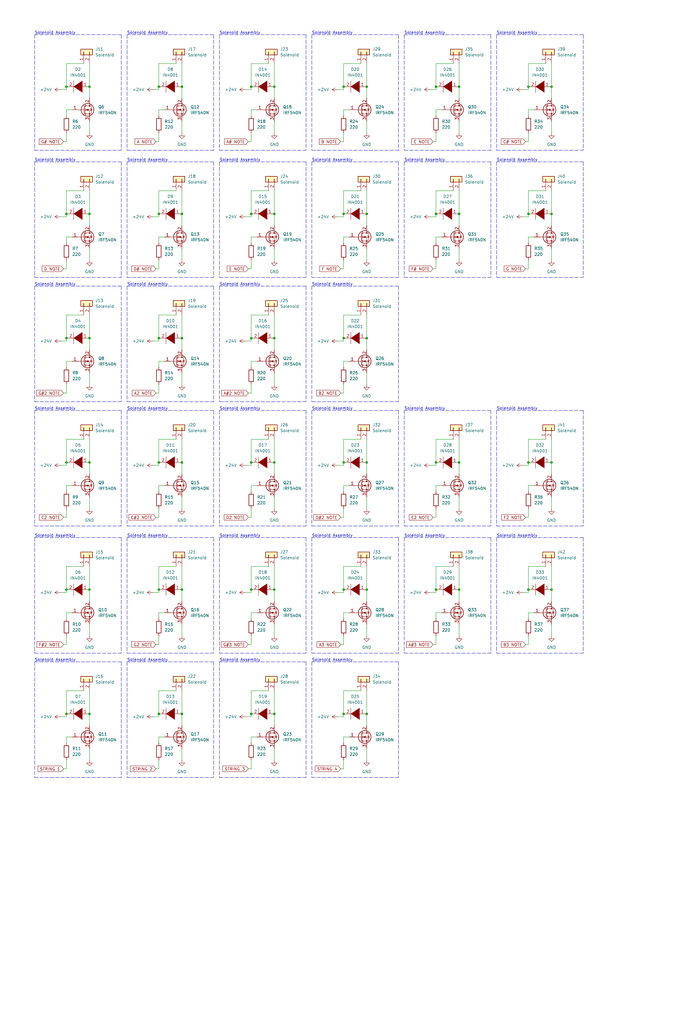
<source format=kicad_sch>
(kicad_sch (version 20211123) (generator eeschema)
  (paper "User" 299.999 450.012)
  (junction (at 110.49 259.08))
  (junction (at 242.57 259.08))
  (junction (at 29.21 313.69))
  (junction (at 151.13 203.2))
  (junction (at 120.65 93.98))
  (junction (at 120.65 259.08))
  (junction (at 232.41 203.2))
  (junction (at 232.41 38.1))
  (junction (at 161.29 148.59))
  (junction (at 201.93 203.2))
  (junction (at 110.49 38.1))
  (junction (at 29.21 203.2))
  (junction (at 120.65 38.1))
  (junction (at 29.21 259.08))
  (junction (at 120.65 313.69))
  (junction (at 191.77 203.2))
  (junction (at 39.37 93.98))
  (junction (at 161.29 259.08))
  (junction (at 80.01 313.69))
  (junction (at 191.77 259.08))
  (junction (at 161.29 203.2))
  (junction (at 120.65 203.2))
  (junction (at 29.21 148.59))
  (junction (at 39.37 148.59))
  (junction (at 201.93 38.1))
  (junction (at 80.01 203.2))
  (junction (at 80.01 148.59))
  (junction (at 39.37 259.08))
  (junction (at 232.41 259.08))
  (junction (at 242.57 93.98))
  (junction (at 69.85 203.2))
  (junction (at 110.49 93.98))
  (junction (at 151.13 259.08))
  (junction (at 39.37 313.69))
  (junction (at 191.77 38.1))
  (junction (at 232.41 93.98))
  (junction (at 80.01 259.08))
  (junction (at 69.85 259.08))
  (junction (at 69.85 313.69))
  (junction (at 29.21 93.98))
  (junction (at 161.29 93.98))
  (junction (at 161.29 313.69))
  (junction (at 201.93 259.08))
  (junction (at 110.49 313.69))
  (junction (at 201.93 93.98))
  (junction (at 69.85 148.59))
  (junction (at 80.01 38.1))
  (junction (at 69.85 38.1))
  (junction (at 151.13 148.59))
  (junction (at 110.49 148.59))
  (junction (at 161.29 38.1))
  (junction (at 191.77 93.98))
  (junction (at 29.21 38.1))
  (junction (at 80.01 93.98))
  (junction (at 120.65 148.59))
  (junction (at 39.37 38.1))
  (junction (at 110.49 203.2))
  (junction (at 151.13 38.1))
  (junction (at 242.57 38.1))
  (junction (at 151.13 313.69))
  (junction (at 151.13 93.98))
  (junction (at 242.57 203.2))
  (junction (at 39.37 203.2))
  (junction (at 69.85 93.98))
  (polyline (pts (xy 55.88 341.63) (xy 93.98 341.63)))
  (wire (pts (xy 110.49 48.26) (xy 110.49 50.8)))
  (polyline (pts (xy 93.98 180.34) (xy 55.88 180.34)))
  (polyline (pts (xy 96.52 290.83) (xy 96.52 341.63)))
  (wire (pts (xy 29.21 83.82) (xy 36.83 83.82)))
  (polyline (pts (xy 93.98 15.24) (xy 55.88 15.24)))
  (wire (pts (xy 107.95 95.25) (xy 110.49 95.25)))
  (wire (pts (xy 189.23 204.47) (xy 191.77 204.47)))
  (wire (pts (xy 120.65 203.2) (xy 120.65 208.28)))
  (polyline (pts (xy 177.8 236.22) (xy 177.8 287.02)))
  (wire (pts (xy 29.21 193.04) (xy 36.83 193.04)))
  (wire (pts (xy 151.13 337.82) (xy 149.86 337.82)))
  (polyline (pts (xy 137.16 287.02) (xy 175.26 287.02)))
  (wire (pts (xy 148.59 95.25) (xy 151.13 95.25)))
  (polyline (pts (xy 137.16 180.34) (xy 137.16 231.14)))
  (polyline (pts (xy 256.54 71.12) (xy 256.54 121.92)))
  (wire (pts (xy 39.37 27.94) (xy 39.37 38.1)))
  (wire (pts (xy 151.13 313.69) (xy 151.13 314.96)))
  (polyline (pts (xy 15.24 180.34) (xy 15.24 231.14)))
  (polyline (pts (xy 137.16 15.24) (xy 137.16 66.04)))
  (wire (pts (xy 29.21 269.24) (xy 29.21 271.78)))
  (wire (pts (xy 31.75 323.85) (xy 29.21 323.85)))
  (wire (pts (xy 120.65 109.22) (xy 120.65 114.3)))
  (wire (pts (xy 26.67 95.25) (xy 29.21 95.25)))
  (wire (pts (xy 29.21 337.82) (xy 27.94 337.82)))
  (wire (pts (xy 110.49 27.94) (xy 110.49 38.1)))
  (wire (pts (xy 110.49 62.23) (xy 109.22 62.23)))
  (polyline (pts (xy 15.24 176.53) (xy 53.34 176.53)))
  (polyline (pts (xy 55.88 121.92) (xy 93.98 121.92)))
  (wire (pts (xy 151.13 38.1) (xy 151.13 39.37)))
  (wire (pts (xy 110.49 138.43) (xy 110.49 148.59)))
  (wire (pts (xy 242.57 109.22) (xy 242.57 114.3)))
  (wire (pts (xy 29.21 168.91) (xy 29.21 172.72)))
  (polyline (pts (xy 137.16 176.53) (xy 175.26 176.53)))
  (wire (pts (xy 151.13 193.04) (xy 158.75 193.04)))
  (polyline (pts (xy 218.44 287.02) (xy 256.54 287.02)))
  (wire (pts (xy 69.85 158.75) (xy 69.85 161.29)))
  (wire (pts (xy 69.85 62.23) (xy 68.58 62.23)))
  (wire (pts (xy 201.93 193.04) (xy 201.93 203.2)))
  (wire (pts (xy 151.13 279.4) (xy 151.13 283.21)))
  (wire (pts (xy 29.21 193.04) (xy 29.21 203.2)))
  (wire (pts (xy 151.13 148.59) (xy 151.13 149.86)))
  (wire (pts (xy 80.01 203.2) (xy 80.01 208.28)))
  (polyline (pts (xy 137.16 231.14) (xy 175.26 231.14)))
  (wire (pts (xy 31.75 213.36) (xy 29.21 213.36)))
  (wire (pts (xy 29.21 104.14) (xy 29.21 106.68)))
  (wire (pts (xy 229.87 39.37) (xy 232.41 39.37)))
  (wire (pts (xy 151.13 323.85) (xy 151.13 326.39)))
  (wire (pts (xy 69.85 38.1) (xy 69.85 39.37)))
  (wire (pts (xy 39.37 53.34) (xy 39.37 58.42)))
  (wire (pts (xy 191.77 93.98) (xy 191.77 95.25)))
  (polyline (pts (xy 53.34 290.83) (xy 15.24 290.83)))
  (wire (pts (xy 67.31 204.47) (xy 69.85 204.47)))
  (wire (pts (xy 153.67 104.14) (xy 151.13 104.14)))
  (wire (pts (xy 153.67 158.75) (xy 151.13 158.75)))
  (wire (pts (xy 29.21 227.33) (xy 27.94 227.33)))
  (wire (pts (xy 153.67 48.26) (xy 151.13 48.26)))
  (wire (pts (xy 110.49 104.14) (xy 110.49 106.68)))
  (wire (pts (xy 151.13 104.14) (xy 151.13 106.68)))
  (wire (pts (xy 151.13 283.21) (xy 149.86 283.21)))
  (wire (pts (xy 232.41 114.3) (xy 232.41 118.11)))
  (wire (pts (xy 29.21 138.43) (xy 29.21 148.59)))
  (wire (pts (xy 161.29 248.92) (xy 161.29 259.08)))
  (wire (pts (xy 191.77 283.21) (xy 190.5 283.21)))
  (wire (pts (xy 189.23 39.37) (xy 191.77 39.37)))
  (wire (pts (xy 242.57 27.94) (xy 242.57 38.1)))
  (polyline (pts (xy 15.24 66.04) (xy 53.34 66.04)))
  (wire (pts (xy 151.13 248.92) (xy 158.75 248.92)))
  (polyline (pts (xy 53.34 290.83) (xy 53.34 341.63)))
  (polyline (pts (xy 93.98 71.12) (xy 55.88 71.12)))
  (wire (pts (xy 151.13 93.98) (xy 151.13 95.25)))
  (wire (pts (xy 29.21 62.23) (xy 27.94 62.23)))
  (polyline (pts (xy 134.62 290.83) (xy 134.62 341.63)))
  (wire (pts (xy 26.67 314.96) (xy 29.21 314.96)))
  (polyline (pts (xy 256.54 236.22) (xy 218.44 236.22)))
  (wire (pts (xy 72.39 48.26) (xy 69.85 48.26)))
  (polyline (pts (xy 137.16 341.63) (xy 175.26 341.63)))
  (polyline (pts (xy 134.62 180.34) (xy 134.62 231.14)))
  (wire (pts (xy 80.01 303.53) (xy 80.01 313.69)))
  (polyline (pts (xy 55.88 176.53) (xy 93.98 176.53)))
  (wire (pts (xy 191.77 48.26) (xy 191.77 50.8)))
  (wire (pts (xy 29.21 148.59) (xy 29.21 149.86)))
  (wire (pts (xy 242.57 259.08) (xy 242.57 264.16)))
  (polyline (pts (xy 15.24 290.83) (xy 15.24 341.63)))
  (polyline (pts (xy 55.88 290.83) (xy 55.88 341.63)))
  (wire (pts (xy 113.03 213.36) (xy 110.49 213.36)))
  (wire (pts (xy 69.85 118.11) (xy 68.58 118.11)))
  (polyline (pts (xy 175.26 125.73) (xy 137.16 125.73)))
  (polyline (pts (xy 175.26 71.12) (xy 137.16 71.12)))
  (wire (pts (xy 39.37 248.92) (xy 39.37 259.08)))
  (polyline (pts (xy 215.9 71.12) (xy 215.9 121.92)))
  (polyline (pts (xy 215.9 15.24) (xy 177.8 15.24)))
  (polyline (pts (xy 177.8 66.04) (xy 215.9 66.04)))
  (wire (pts (xy 72.39 213.36) (xy 69.85 213.36)))
  (wire (pts (xy 110.49 203.2) (xy 110.49 204.47)))
  (polyline (pts (xy 137.16 125.73) (xy 137.16 176.53)))
  (wire (pts (xy 232.41 58.42) (xy 232.41 62.23)))
  (wire (pts (xy 69.85 303.53) (xy 77.47 303.53)))
  (polyline (pts (xy 53.34 180.34) (xy 53.34 231.14)))
  (wire (pts (xy 120.65 53.34) (xy 120.65 58.42)))
  (wire (pts (xy 191.77 58.42) (xy 191.77 62.23)))
  (wire (pts (xy 194.31 269.24) (xy 191.77 269.24)))
  (wire (pts (xy 29.21 213.36) (xy 29.21 215.9)))
  (wire (pts (xy 232.41 203.2) (xy 232.41 204.47)))
  (polyline (pts (xy 15.24 231.14) (xy 53.34 231.14)))
  (wire (pts (xy 29.21 48.26) (xy 29.21 50.8)))
  (wire (pts (xy 67.31 314.96) (xy 69.85 314.96)))
  (polyline (pts (xy 15.24 15.24) (xy 15.24 66.04)))
  (wire (pts (xy 110.49 83.82) (xy 110.49 93.98)))
  (wire (pts (xy 201.93 27.94) (xy 201.93 38.1)))
  (wire (pts (xy 69.85 337.82) (xy 68.58 337.82)))
  (wire (pts (xy 80.01 38.1) (xy 80.01 43.18)))
  (wire (pts (xy 69.85 172.72) (xy 68.58 172.72)))
  (wire (pts (xy 151.13 248.92) (xy 151.13 259.08)))
  (wire (pts (xy 191.77 259.08) (xy 191.77 260.35)))
  (wire (pts (xy 110.49 248.92) (xy 118.11 248.92)))
  (wire (pts (xy 113.03 104.14) (xy 110.49 104.14)))
  (polyline (pts (xy 93.98 290.83) (xy 93.98 341.63)))
  (wire (pts (xy 242.57 274.32) (xy 242.57 279.4)))
  (wire (pts (xy 161.29 27.94) (xy 161.29 38.1)))
  (polyline (pts (xy 137.16 290.83) (xy 137.16 341.63)))
  (polyline (pts (xy 93.98 125.73) (xy 55.88 125.73)))
  (polyline (pts (xy 96.52 66.04) (xy 134.62 66.04)))
  (wire (pts (xy 69.85 93.98) (xy 69.85 95.25)))
  (polyline (pts (xy 93.98 290.83) (xy 55.88 290.83)))
  (wire (pts (xy 31.75 158.75) (xy 29.21 158.75)))
  (polyline (pts (xy 137.16 71.12) (xy 137.16 121.92)))
  (wire (pts (xy 39.37 163.83) (xy 39.37 168.91)))
  (wire (pts (xy 69.85 193.04) (xy 77.47 193.04)))
  (wire (pts (xy 26.67 260.35) (xy 29.21 260.35)))
  (wire (pts (xy 69.85 83.82) (xy 69.85 93.98)))
  (wire (pts (xy 29.21 38.1) (xy 29.21 39.37)))
  (wire (pts (xy 69.85 138.43) (xy 77.47 138.43)))
  (wire (pts (xy 151.13 114.3) (xy 151.13 118.11)))
  (polyline (pts (xy 93.98 71.12) (xy 93.98 121.92)))
  (wire (pts (xy 201.93 53.34) (xy 201.93 58.42)))
  (wire (pts (xy 161.29 163.83) (xy 161.29 168.91)))
  (wire (pts (xy 234.95 213.36) (xy 232.41 213.36)))
  (wire (pts (xy 113.03 158.75) (xy 110.49 158.75)))
  (polyline (pts (xy 96.52 71.12) (xy 96.52 121.92)))
  (wire (pts (xy 67.31 260.35) (xy 69.85 260.35)))
  (wire (pts (xy 29.21 283.21) (xy 27.94 283.21)))
  (wire (pts (xy 151.13 138.43) (xy 158.75 138.43)))
  (wire (pts (xy 151.13 27.94) (xy 158.75 27.94)))
  (wire (pts (xy 232.41 223.52) (xy 232.41 227.33)))
  (wire (pts (xy 232.41 93.98) (xy 232.41 95.25)))
  (polyline (pts (xy 53.34 125.73) (xy 53.34 176.53)))
  (wire (pts (xy 80.01 148.59) (xy 80.01 153.67)))
  (wire (pts (xy 120.65 303.53) (xy 120.65 313.69)))
  (wire (pts (xy 232.41 227.33) (xy 231.14 227.33)))
  (wire (pts (xy 201.93 248.92) (xy 201.93 259.08)))
  (polyline (pts (xy 93.98 180.34) (xy 93.98 231.14)))
  (wire (pts (xy 201.93 93.98) (xy 201.93 99.06)))
  (wire (pts (xy 69.85 27.94) (xy 77.47 27.94)))
  (wire (pts (xy 232.41 62.23) (xy 231.14 62.23)))
  (wire (pts (xy 232.41 83.82) (xy 240.03 83.82)))
  (wire (pts (xy 151.13 303.53) (xy 151.13 313.69)))
  (wire (pts (xy 232.41 193.04) (xy 232.41 203.2)))
  (wire (pts (xy 69.85 104.14) (xy 69.85 106.68)))
  (wire (pts (xy 110.49 27.94) (xy 118.11 27.94)))
  (polyline (pts (xy 256.54 15.24) (xy 256.54 66.04)))
  (wire (pts (xy 80.01 248.92) (xy 80.01 259.08)))
  (wire (pts (xy 69.85 148.59) (xy 69.85 149.86)))
  (polyline (pts (xy 55.88 236.22) (xy 55.88 287.02)))
  (polyline (pts (xy 93.98 125.73) (xy 93.98 176.53)))
  (wire (pts (xy 161.29 109.22) (xy 161.29 114.3)))
  (wire (pts (xy 110.49 58.42) (xy 110.49 62.23)))
  (polyline (pts (xy 218.44 236.22) (xy 218.44 287.02)))
  (polyline (pts (xy 177.8 231.14) (xy 215.9 231.14)))
  (wire (pts (xy 161.29 328.93) (xy 161.29 334.01)))
  (wire (pts (xy 151.13 213.36) (xy 151.13 215.9)))
  (wire (pts (xy 107.95 149.86) (xy 110.49 149.86)))
  (wire (pts (xy 80.01 328.93) (xy 80.01 334.01)))
  (polyline (pts (xy 177.8 287.02) (xy 215.9 287.02)))
  (wire (pts (xy 191.77 104.14) (xy 191.77 106.68)))
  (polyline (pts (xy 256.54 180.34) (xy 218.44 180.34)))
  (wire (pts (xy 110.49 248.92) (xy 110.49 259.08)))
  (wire (pts (xy 69.85 303.53) (xy 69.85 313.69)))
  (wire (pts (xy 232.41 48.26) (xy 232.41 50.8)))
  (wire (pts (xy 67.31 39.37) (xy 69.85 39.37)))
  (polyline (pts (xy 96.52 231.14) (xy 134.62 231.14)))
  (wire (pts (xy 161.29 193.04) (xy 161.29 203.2)))
  (wire (pts (xy 191.77 83.82) (xy 199.39 83.82)))
  (wire (pts (xy 69.85 334.01) (xy 69.85 337.82)))
  (wire (pts (xy 69.85 259.08) (xy 69.85 260.35)))
  (polyline (pts (xy 53.34 236.22) (xy 53.34 287.02)))
  (polyline (pts (xy 96.52 15.24) (xy 96.52 66.04)))
  (wire (pts (xy 161.29 274.32) (xy 161.29 279.4)))
  (wire (pts (xy 69.85 27.94) (xy 69.85 38.1)))
  (wire (pts (xy 80.01 274.32) (xy 80.01 279.4)))
  (wire (pts (xy 69.85 313.69) (xy 69.85 314.96)))
  (wire (pts (xy 31.75 269.24) (xy 29.21 269.24)))
  (wire (pts (xy 120.65 138.43) (xy 120.65 148.59)))
  (polyline (pts (xy 96.52 287.02) (xy 134.62 287.02)))
  (wire (pts (xy 191.77 223.52) (xy 191.77 227.33)))
  (wire (pts (xy 148.59 149.86) (xy 151.13 149.86)))
  (polyline (pts (xy 215.9 236.22) (xy 215.9 287.02)))
  (polyline (pts (xy 137.16 66.04) (xy 175.26 66.04)))
  (polyline (pts (xy 55.88 180.34) (xy 55.88 231.14)))
  (wire (pts (xy 161.29 203.2) (xy 161.29 208.28)))
  (polyline (pts (xy 134.62 15.24) (xy 134.62 66.04)))
  (wire (pts (xy 72.39 104.14) (xy 69.85 104.14)))
  (wire (pts (xy 232.41 193.04) (xy 240.03 193.04)))
  (wire (pts (xy 39.37 218.44) (xy 39.37 223.52)))
  (wire (pts (xy 161.29 218.44) (xy 161.29 223.52)))
  (wire (pts (xy 161.29 83.82) (xy 161.29 93.98)))
  (polyline (pts (xy 175.26 236.22) (xy 137.16 236.22)))
  (wire (pts (xy 110.49 193.04) (xy 110.49 203.2)))
  (wire (pts (xy 110.49 118.11) (xy 109.22 118.11)))
  (wire (pts (xy 69.85 203.2) (xy 69.85 204.47)))
  (polyline (pts (xy 215.9 236.22) (xy 177.8 236.22)))
  (wire (pts (xy 110.49 83.82) (xy 118.11 83.82)))
  (wire (pts (xy 69.85 269.24) (xy 69.85 271.78)))
  (polyline (pts (xy 215.9 15.24) (xy 215.9 66.04)))
  (polyline (pts (xy 134.62 71.12) (xy 134.62 121.92)))
  (wire (pts (xy 110.49 334.01) (xy 110.49 337.82)))
  (polyline (pts (xy 175.26 71.12) (xy 175.26 121.92)))
  (wire (pts (xy 151.13 62.23) (xy 149.86 62.23)))
  (wire (pts (xy 26.67 149.86) (xy 29.21 149.86)))
  (wire (pts (xy 113.03 48.26) (xy 110.49 48.26)))
  (wire (pts (xy 151.13 259.08) (xy 151.13 260.35)))
  (polyline (pts (xy 137.16 236.22) (xy 137.16 287.02)))
  (polyline (pts (xy 134.62 236.22) (xy 96.52 236.22)))
  (wire (pts (xy 69.85 279.4) (xy 69.85 283.21)))
  (wire (pts (xy 80.01 218.44) (xy 80.01 223.52)))
  (wire (pts (xy 153.67 269.24) (xy 151.13 269.24)))
  (wire (pts (xy 110.49 213.36) (xy 110.49 215.9)))
  (wire (pts (xy 161.29 259.08) (xy 161.29 264.16)))
  (wire (pts (xy 189.23 95.25) (xy 191.77 95.25)))
  (wire (pts (xy 29.21 248.92) (xy 36.83 248.92)))
  (wire (pts (xy 161.29 93.98) (xy 161.29 99.06)))
  (wire (pts (xy 110.49 337.82) (xy 109.22 337.82)))
  (wire (pts (xy 26.67 204.47) (xy 29.21 204.47)))
  (polyline (pts (xy 55.88 66.04) (xy 93.98 66.04)))
  (wire (pts (xy 151.13 27.94) (xy 151.13 38.1)))
  (wire (pts (xy 69.85 138.43) (xy 69.85 148.59)))
  (wire (pts (xy 67.31 149.86) (xy 69.85 149.86)))
  (wire (pts (xy 26.67 39.37) (xy 29.21 39.37)))
  (wire (pts (xy 191.77 203.2) (xy 191.77 204.47)))
  (wire (pts (xy 232.41 248.92) (xy 240.03 248.92)))
  (wire (pts (xy 242.57 83.82) (xy 242.57 93.98)))
  (wire (pts (xy 110.49 168.91) (xy 110.49 172.72)))
  (wire (pts (xy 120.65 93.98) (xy 120.65 99.06)))
  (wire (pts (xy 161.29 53.34) (xy 161.29 58.42)))
  (polyline (pts (xy 256.54 71.12) (xy 218.44 71.12)))
  (wire (pts (xy 110.49 148.59) (xy 110.49 149.86)))
  (polyline (pts (xy 137.16 121.92) (xy 175.26 121.92)))
  (wire (pts (xy 232.41 118.11) (xy 231.14 118.11)))
  (wire (pts (xy 120.65 83.82) (xy 120.65 93.98)))
  (wire (pts (xy 69.85 223.52) (xy 69.85 227.33)))
  (polyline (pts (xy 175.26 15.24) (xy 175.26 66.04)))
  (wire (pts (xy 39.37 93.98) (xy 39.37 99.06)))
  (wire (pts (xy 72.39 269.24) (xy 69.85 269.24)))
  (wire (pts (xy 39.37 193.04) (xy 39.37 203.2)))
  (wire (pts (xy 242.57 218.44) (xy 242.57 223.52)))
  (wire (pts (xy 69.85 227.33) (xy 68.58 227.33)))
  (polyline (pts (xy 218.44 121.92) (xy 256.54 121.92)))
  (wire (pts (xy 232.41 248.92) (xy 232.41 259.08)))
  (wire (pts (xy 191.77 38.1) (xy 191.77 39.37)))
  (wire (pts (xy 80.01 109.22) (xy 80.01 114.3)))
  (wire (pts (xy 110.49 158.75) (xy 110.49 161.29)))
  (polyline (pts (xy 218.44 180.34) (xy 218.44 231.14)))
  (wire (pts (xy 191.77 62.23) (xy 190.5 62.23)))
  (wire (pts (xy 148.59 204.47) (xy 151.13 204.47)))
  (wire (pts (xy 148.59 39.37) (xy 151.13 39.37)))
  (wire (pts (xy 191.77 27.94) (xy 199.39 27.94)))
  (wire (pts (xy 161.29 138.43) (xy 161.29 148.59)))
  (polyline (pts (xy 15.24 121.92) (xy 53.34 121.92)))
  (polyline (pts (xy 256.54 15.24) (xy 218.44 15.24)))
  (wire (pts (xy 201.93 274.32) (xy 201.93 279.4)))
  (wire (pts (xy 151.13 158.75) (xy 151.13 161.29)))
  (wire (pts (xy 194.31 104.14) (xy 191.77 104.14)))
  (polyline (pts (xy 177.8 15.24) (xy 177.8 66.04)))
  (wire (pts (xy 80.01 83.82) (xy 80.01 93.98)))
  (wire (pts (xy 29.21 27.94) (xy 29.21 38.1)))
  (wire (pts (xy 110.49 223.52) (xy 110.49 227.33)))
  (polyline (pts (xy 215.9 180.34) (xy 215.9 231.14)))
  (polyline (pts (xy 134.62 125.73) (xy 134.62 176.53)))
  (wire (pts (xy 80.01 163.83) (xy 80.01 168.91)))
  (wire (pts (xy 232.41 279.4) (xy 232.41 283.21)))
  (wire (pts (xy 242.57 193.04) (xy 242.57 203.2)))
  (wire (pts (xy 120.65 259.08) (xy 120.65 264.16)))
  (wire (pts (xy 191.77 114.3) (xy 191.77 118.11)))
  (wire (pts (xy 201.93 38.1) (xy 201.93 43.18)))
  (wire (pts (xy 151.13 48.26) (xy 151.13 50.8)))
  (polyline (pts (xy 96.52 121.92) (xy 134.62 121.92)))
  (wire (pts (xy 232.41 283.21) (xy 231.14 283.21)))
  (polyline (pts (xy 93.98 15.24) (xy 93.98 66.04)))
  (wire (pts (xy 232.41 259.08) (xy 232.41 260.35)))
  (polyline (pts (xy 175.26 290.83) (xy 175.26 341.63)))
  (wire (pts (xy 151.13 83.82) (xy 151.13 93.98)))
  (wire (pts (xy 110.49 114.3) (xy 110.49 118.11)))
  (wire (pts (xy 151.13 168.91) (xy 151.13 172.72)))
  (polyline (pts (xy 175.26 236.22) (xy 175.26 287.02)))
  (polyline (pts (xy 134.62 236.22) (xy 134.62 287.02)))
  (polyline (pts (xy 134.62 125.73) (xy 96.52 125.73)))
  (wire (pts (xy 29.21 279.4) (xy 29.21 283.21)))
  (polyline (pts (xy 218.44 231.14) (xy 256.54 231.14)))
  (wire (pts (xy 191.77 83.82) (xy 191.77 93.98)))
  (wire (pts (xy 201.93 203.2) (xy 201.93 208.28)))
  (wire (pts (xy 242.57 53.34) (xy 242.57 58.42)))
  (wire (pts (xy 201.93 83.82) (xy 201.93 93.98)))
  (wire (pts (xy 110.49 193.04) (xy 118.11 193.04)))
  (polyline (pts (xy 96.52 176.53) (xy 134.62 176.53)))
  (polyline (pts (xy 175.26 290.83) (xy 137.16 290.83)))
  (wire (pts (xy 153.67 323.85) (xy 151.13 323.85)))
  (wire (pts (xy 120.65 27.94) (xy 120.65 38.1)))
  (wire (pts (xy 107.95 204.47) (xy 110.49 204.47)))
  (polyline (pts (xy 55.88 231.14) (xy 93.98 231.14)))
  (wire (pts (xy 120.65 328.93) (xy 120.65 334.01)))
  (wire (pts (xy 39.37 38.1) (xy 39.37 43.18)))
  (wire (pts (xy 110.49 138.43) (xy 118.11 138.43)))
  (wire (pts (xy 110.49 283.21) (xy 109.22 283.21)))
  (wire (pts (xy 151.13 269.24) (xy 151.13 271.78)))
  (wire (pts (xy 234.95 269.24) (xy 232.41 269.24)))
  (polyline (pts (xy 215.9 180.34) (xy 177.8 180.34)))
  (polyline (pts (xy 53.34 125.73) (xy 15.24 125.73)))
  (polyline (pts (xy 96.52 125.73) (xy 96.52 176.53)))
  (wire (pts (xy 29.21 334.01) (xy 29.21 337.82)))
  (wire (pts (xy 29.21 58.42) (xy 29.21 62.23)))
  (wire (pts (xy 151.13 118.11) (xy 149.86 118.11)))
  (wire (pts (xy 39.37 148.59) (xy 39.37 153.67)))
  (polyline (pts (xy 53.34 180.34) (xy 15.24 180.34)))
  (wire (pts (xy 80.01 53.34) (xy 80.01 58.42)))
  (polyline (pts (xy 175.26 15.24) (xy 137.16 15.24)))
  (wire (pts (xy 29.21 93.98) (xy 29.21 95.25)))
  (wire (pts (xy 242.57 248.92) (xy 242.57 259.08)))
  (wire (pts (xy 229.87 260.35) (xy 232.41 260.35)))
  (wire (pts (xy 189.23 260.35) (xy 191.77 260.35)))
  (wire (pts (xy 39.37 203.2) (xy 39.37 208.28)))
  (wire (pts (xy 151.13 58.42) (xy 151.13 62.23)))
  (wire (pts (xy 107.95 39.37) (xy 110.49 39.37)))
  (wire (pts (xy 161.29 313.69) (xy 161.29 318.77)))
  (wire (pts (xy 242.57 38.1) (xy 242.57 43.18)))
  (wire (pts (xy 151.13 203.2) (xy 151.13 204.47)))
  (wire (pts (xy 39.37 109.22) (xy 39.37 114.3)))
  (wire (pts (xy 107.95 314.96) (xy 110.49 314.96)))
  (wire (pts (xy 69.85 323.85) (xy 69.85 326.39)))
  (wire (pts (xy 161.29 148.59) (xy 161.29 153.67)))
  (wire (pts (xy 110.49 172.72) (xy 109.22 172.72)))
  (wire (pts (xy 151.13 83.82) (xy 158.75 83.82)))
  (wire (pts (xy 110.49 93.98) (xy 110.49 95.25)))
  (polyline (pts (xy 15.24 125.73) (xy 15.24 176.53)))
  (wire (pts (xy 232.41 213.36) (xy 232.41 215.9)))
  (wire (pts (xy 191.77 248.92) (xy 191.77 259.08)))
  (wire (pts (xy 201.93 259.08) (xy 201.93 264.16)))
  (wire (pts (xy 194.31 48.26) (xy 191.77 48.26)))
  (polyline (pts (xy 96.52 341.63) (xy 134.62 341.63)))
  (wire (pts (xy 69.85 48.26) (xy 69.85 50.8)))
  (wire (pts (xy 232.41 27.94) (xy 240.03 27.94)))
  (polyline (pts (xy 96.52 236.22) (xy 96.52 287.02)))
  (wire (pts (xy 69.85 168.91) (xy 69.85 172.72)))
  (polyline (pts (xy 175.26 180.34) (xy 175.26 231.14)))
  (wire (pts (xy 153.67 213.36) (xy 151.13 213.36)))
  (wire (pts (xy 151.13 193.04) (xy 151.13 203.2)))
  (wire (pts (xy 80.01 313.69) (xy 80.01 318.77)))
  (wire (pts (xy 39.37 83.82) (xy 39.37 93.98)))
  (wire (pts (xy 29.21 303.53) (xy 36.83 303.53)))
  (polyline (pts (xy 175.26 180.34) (xy 137.16 180.34)))
  (wire (pts (xy 69.85 248.92) (xy 69.85 259.08)))
  (wire (pts (xy 234.95 48.26) (xy 232.41 48.26)))
  (wire (pts (xy 191.77 227.33) (xy 190.5 227.33)))
  (polyline (pts (xy 96.52 180.34) (xy 96.52 231.14)))
  (wire (pts (xy 29.21 323.85) (xy 29.21 326.39)))
  (wire (pts (xy 110.49 269.24) (xy 110.49 271.78)))
  (wire (pts (xy 67.31 95.25) (xy 69.85 95.25)))
  (wire (pts (xy 69.85 58.42) (xy 69.85 62.23)))
  (polyline (pts (xy 177.8 180.34) (xy 177.8 231.14)))
  (wire (pts (xy 191.77 279.4) (xy 191.77 283.21)))
  (wire (pts (xy 72.39 158.75) (xy 69.85 158.75)))
  (polyline (pts (xy 53.34 15.24) (xy 15.24 15.24)))
  (wire (pts (xy 232.41 27.94) (xy 232.41 38.1)))
  (wire (pts (xy 120.65 313.69) (xy 120.65 318.77)))
  (wire (pts (xy 39.37 313.69) (xy 39.37 318.77)))
  (polyline (pts (xy 55.88 125.73) (xy 55.88 176.53)))
  (wire (pts (xy 80.01 27.94) (xy 80.01 38.1)))
  (wire (pts (xy 191.77 193.04) (xy 191.77 203.2)))
  (wire (pts (xy 151.13 172.72) (xy 149.86 172.72)))
  (wire (pts (xy 120.65 274.32) (xy 120.65 279.4)))
  (wire (pts (xy 148.59 314.96) (xy 151.13 314.96)))
  (wire (pts (xy 242.57 203.2) (xy 242.57 208.28)))
  (wire (pts (xy 201.93 109.22) (xy 201.93 114.3)))
  (wire (pts (xy 29.21 203.2) (xy 29.21 204.47)))
  (wire (pts (xy 234.95 104.14) (xy 232.41 104.14)))
  (wire (pts (xy 229.87 95.25) (xy 232.41 95.25)))
  (wire (pts (xy 151.13 303.53) (xy 158.75 303.53)))
  (wire (pts (xy 191.77 193.04) (xy 199.39 193.04)))
  (wire (pts (xy 242.57 93.98) (xy 242.57 99.06)))
  (wire (pts (xy 120.65 38.1) (xy 120.65 43.18)))
  (wire (pts (xy 194.31 213.36) (xy 191.77 213.36)))
  (wire (pts (xy 120.65 193.04) (xy 120.65 203.2)))
  (polyline (pts (xy 134.62 15.24) (xy 96.52 15.24)))
  (polyline (pts (xy 134.62 71.12) (xy 96.52 71.12)))
  (wire (pts (xy 110.49 279.4) (xy 110.49 283.21)))
  (wire (pts (xy 29.21 248.92) (xy 29.21 259.08)))
  (wire (pts (xy 191.77 248.92) (xy 199.39 248.92)))
  (wire (pts (xy 191.77 213.36) (xy 191.77 215.9)))
  (wire (pts (xy 191.77 118.11) (xy 190.5 118.11)))
  (wire (pts (xy 29.21 259.08) (xy 29.21 260.35)))
  (wire (pts (xy 120.65 148.59) (xy 120.65 153.67)))
  (wire (pts (xy 151.13 138.43) (xy 151.13 148.59)))
  (wire (pts (xy 29.21 172.72) (xy 27.94 172.72)))
  (wire (pts (xy 201.93 218.44) (xy 201.93 223.52)))
  (polyline (pts (xy 93.98 236.22) (xy 55.88 236.22)))
  (wire (pts (xy 69.85 248.92) (xy 77.47 248.92)))
  (wire (pts (xy 229.87 204.47) (xy 232.41 204.47)))
  (polyline (pts (xy 177.8 71.12) (xy 177.8 121.92)))
  (polyline (pts (xy 55.88 287.02) (xy 93.98 287.02)))
  (wire (pts (xy 110.49 303.53) (xy 110.49 313.69)))
  (wire (pts (xy 69.85 193.04) (xy 69.85 203.2)))
  (wire (pts (xy 29.21 114.3) (xy 29.21 118.11)))
  (wire (pts (xy 110.49 303.53) (xy 118.11 303.53)))
  (polyline (pts (xy 256.54 180.34) (xy 256.54 231.14)))
  (wire (pts (xy 151.13 227.33) (xy 149.86 227.33)))
  (wire (pts (xy 31.75 104.14) (xy 29.21 104.14)))
  (wire (pts (xy 191.77 27.94) (xy 191.77 38.1)))
  (polyline (pts (xy 177.8 121.92) (xy 215.9 121.92)))
  (wire (pts (xy 39.37 303.53) (xy 39.37 313.69)))
  (wire (pts (xy 29.21 303.53) (xy 29.21 313.69)))
  (polyline (pts (xy 55.88 71.12) (xy 55.88 121.92)))
  (wire (pts (xy 29.21 138.43) (xy 36.83 138.43)))
  (wire (pts (xy 113.03 323.85) (xy 110.49 323.85)))
  (wire (pts (xy 148.59 260.35) (xy 151.13 260.35)))
  (polyline (pts (xy 53.34 15.24) (xy 53.34 66.04)))
  (wire (pts (xy 31.75 48.26) (xy 29.21 48.26)))
  (wire (pts (xy 39.37 259.08) (xy 39.37 264.16)))
  (polyline (pts (xy 53.34 71.12) (xy 15.24 71.12)))
  (wire (pts (xy 72.39 323.85) (xy 69.85 323.85)))
  (wire (pts (xy 110.49 313.69) (xy 110.49 314.96)))
  (wire (pts (xy 29.21 118.11) (xy 27.94 118.11)))
  (wire (pts (xy 69.85 83.82) (xy 77.47 83.82)))
  (wire (pts (xy 120.65 248.92) (xy 120.65 259.08)))
  (wire (pts (xy 29.21 27.94) (xy 36.83 27.94)))
  (wire (pts (xy 232.41 104.14) (xy 232.41 106.68)))
  (wire (pts (xy 107.95 260.35) (xy 110.49 260.35)))
  (wire (pts (xy 110.49 259.08) (xy 110.49 260.35)))
  (wire (pts (xy 110.49 323.85) (xy 110.49 326.39)))
  (wire (pts (xy 113.03 269.24) (xy 110.49 269.24)))
  (polyline (pts (xy 15.24 71.12) (xy 15.24 121.92)))
  (polyline (pts (xy 15.24 236.22) (xy 15.24 287.02)))
  (polyline (pts (xy 93.98 236.22) (xy 93.98 287.02)))
  (wire (pts (xy 232.41 269.24) (xy 232.41 271.78)))
  (polyline (pts (xy 53.34 236.22) (xy 15.24 236.22)))
  (wire (pts (xy 39.37 274.32) (xy 39.37 279.4)))
  (wire (pts (xy 120.65 163.83) (xy 120.65 168.91)))
  (polyline (pts (xy 218.44 66.04) (xy 256.54 66.04)))
  (wire (pts (xy 80.01 259.08) (xy 80.01 264.16)))
  (polyline (pts (xy 218.44 15.24) (xy 218.44 66.04)))
  (polyline (pts (xy 15.24 287.02) (xy 53.34 287.02)))
  (polyline (pts (xy 134.62 180.34) (xy 96.52 180.34)))
  (wire (pts (xy 110.49 38.1) (xy 110.49 39.37)))
  (wire (pts (xy 29.21 313.69) (xy 29.21 314.96)))
  (polyline (pts (xy 175.26 125.73) (xy 175.26 176.53)))
  (wire (pts (xy 80.01 138.43) (xy 80.01 148.59)))
  (polyline (pts (xy 15.24 341.63) (xy 53.34 341.63)))
  (wire (pts (xy 29.21 223.52) (xy 29.21 227.33)))
  (polyline (pts (xy 53.34 71.12) (xy 53.34 121.92)))
  (polyline (pts (xy 215.9 71.12) (xy 177.8 71.12)))
  (wire (pts (xy 39.37 138.43) (xy 39.37 148.59)))
  (wire (pts (xy 29.21 158.75) (xy 29.21 161.29)))
  (wire (pts (xy 232.41 38.1) (xy 232.41 39.37)))
  (polyline (pts (xy 134.62 290.83) (xy 96.52 290.83)))
  (wire (pts (xy 80.01 93.98) (xy 80.01 99.06)))
  (wire (pts (xy 29.21 83.82) (xy 29.21 93.98)))
  (wire (pts (xy 110.49 227.33) (xy 109.22 227.33)))
  (wire (pts (xy 191.77 269.24) (xy 191.77 271.78)))
  (polyline (pts (xy 55.88 15.24) (xy 55.88 66.04)))
  (wire (pts (xy 80.01 193.04) (xy 80.01 203.2)))
  (polyline (pts (xy 218.44 71.12) (xy 218.44 121.92)))
  (wire (pts (xy 151.13 223.52) (xy 151.13 227.33)))
  (wire (pts (xy 69.85 283.21) (xy 68.58 283.21)))
  (wire (pts (xy 151.13 334.01) (xy 151.13 337.82)))
  (wire (pts (xy 69.85 114.3) (xy 69.85 118.11)))
  (polyline (pts (xy 256.54 236.22) (xy 256.54 287.02)))
  (wire (pts (xy 120.65 218.44) (xy 120.65 223.52)))
  (wire (pts (xy 161.29 38.1) (xy 161.29 43.18)))
  (wire (pts (xy 39.37 328.93) (xy 39.37 334.01)))
  (wire (pts (xy 69.85 213.36) (xy 69.85 215.9)))
  (wire (pts (xy 232.41 83.82) (xy 232.41 93.98)))
  (wire (pts (xy 161.29 303.53) (xy 161.29 313.69)))
  (text "Solenoid Assembly" (at 218.44 71.12 0) (effects (font (size 1.27 1.27)) (justify left bottom)))
  (text "Solenoid Assembly" (at 15.24 290.83 0) (effects (font (size 1.27 1.27)) (justify left bottom)))
  (text "Solenoid Assembly" (at 218.44 15.24 0) (effects (font (size 1.27 1.27)) (justify left bottom)))
  (text "Solenoid Assembly" (at 177.8 71.12 0) (effects (font (size 1.27 1.27)) (justify left bottom)))
  (text "Solenoid Assembly" (at 218.44 180.34 0) (effects (font (size 1.27 1.27)) (justify left bottom)))
  (text "Solenoid Assembly" (at 55.88 125.73 0) (effects (font (size 1.27 1.27)) (justify left bottom)))
  (text "Solenoid Assembly" (at 137.16 125.73 0) (effects (font (size 1.27 1.27)) (justify left bottom)))
  (text "Solenoid Assembly" (at 96.52 71.12 0) (effects (font (size 1.27 1.27)) (justify left bottom)))
  (text "Solenoid Assembly" (at 15.24 236.22 0) (effects (font (size 1.27 1.27)) (justify left bottom)))
  (text "Solenoid Assembly" (at 137.16 15.24 0) (effects (font (size 1.27 1.27)) (justify left bottom)))
  (text "Solenoid Assembly" (at 55.88 236.22 0) (effects (font (size 1.27 1.27)) (justify left bottom)))
  (text "Solenoid Assembly" (at 15.24 180.34 0) (effects (font (size 1.27 1.27)) (justify left bottom)))
  (text "Solenoid Assembly" (at 137.16 290.83 0) (effects (font (size 1.27 1.27)) (justify left bottom)))
  (text "Solenoid Assembly" (at 96.52 180.34 0) (effects (font (size 1.27 1.27)) (justify left bottom)))
  (text "Solenoid Assembly" (at 15.24 125.73 0) (effects (font (size 1.27 1.27)) (justify left bottom)))
  (text "Solenoid Assembly" (at 96.52 15.24 0) (effects (font (size 1.27 1.27)) (justify left bottom)))
  (text "Solenoid Assembly" (at 218.44 236.22 0) (effects (font (size 1.27 1.27)) (justify left bottom)))
  (text "Solenoid Assembly" (at 96.52 290.83 0) (effects (font (size 1.27 1.27)) (justify left bottom)))
  (text "Solenoid Assembly" (at 137.16 180.34 0) (effects (font (size 1.27 1.27)) (justify left bottom)))
  (text "Solenoid Assembly" (at 177.8 15.24 0) (effects (font (size 1.27 1.27)) (justify left bottom)))
  (text "Solenoid Assembly" (at 55.88 290.83 0) (effects (font (size 1.27 1.27)) (justify left bottom)))
  (text "Solenoid Assembly" (at 55.88 71.12 0) (effects (font (size 1.27 1.27)) (justify left bottom)))
  (text "Solenoid Assembly" (at 177.8 180.34 0) (effects (font (size 1.27 1.27)) (justify left bottom)))
  (text "Solenoid Assembly" (at 137.16 236.22 0) (effects (font (size 1.27 1.27)) (justify left bottom)))
  (text "Solenoid Assembly" (at 96.52 236.22 0) (effects (font (size 1.27 1.27)) (justify left bottom)))
  (text "Solenoid Assembly" (at 15.24 71.12 0) (effects (font (size 1.27 1.27)) (justify left bottom)))
  (text "Solenoid Assembly" (at 55.88 180.34 0) (effects (font (size 1.27 1.27)) (justify left bottom)))
  (text "Solenoid Assembly" (at 177.8 236.22 0) (effects (font (size 1.27 1.27)) (justify left bottom)))
  (text "Solenoid Assembly" (at 15.24 15.24 0) (effects (font (size 1.27 1.27)) (justify left bottom)))
  (text "Solenoid Assembly" (at 137.16 71.12 0) (effects (font (size 1.27 1.27)) (justify left bottom)))
  (text "Solenoid Assembly" (at 96.52 125.73 0) (effects (font (size 1.27 1.27)) (justify left bottom)))
  (text "Solenoid Assembly" (at 55.88 15.24 0) (effects (font (size 1.27 1.27)) (justify left bottom)))
  (global_label "G NOTE" (shape input) (at 231.14 118.11 180) (property "Intersheet References" "${INTERSHEET_REFS}" (effects hide)))
  (global_label "E2 NOTE" (shape input) (at 190.5 227.33 180) (property "Intersheet References" "${INTERSHEET_REFS}" (effects hide)))
  (global_label "G#2 NOTE" (shape input) (at 27.94 172.72 180) (property "Intersheet References" "${INTERSHEET_REFS}" (effects hide)))
  (global_label "A# NOTE" (shape input) (at 109.22 62.23 180) (property "Intersheet References" "${INTERSHEET_REFS}" (effects hide)))
  (global_label "A2 NOTE" (shape input) (at 68.58 172.72 180) (property "Intersheet References" "${INTERSHEET_REFS}" (effects hide)))
  (global_label "G2 NOTE" (shape input) (at 68.58 283.21 180) (property "Intersheet References" "${INTERSHEET_REFS}" (effects hide)))
  (global_label "F#2 NOTE" (shape input) (at 27.94 283.21 180) (property "Intersheet References" "${INTERSHEET_REFS}" (effects hide)))
  (global_label "STRING 3" (shape input) (at 109.22 337.82 180) (property "Intersheet References" "${INTERSHEET_REFS}" (effects hide)))
  (global_label "C# NOTE" (shape input) (at 231.14 62.23 180) (property "Intersheet References" "${INTERSHEET_REFS}" (effects hide)))
  (global_label "C NOTE" (shape input) (at 190.5 62.23 180) (property "Intersheet References" "${INTERSHEET_REFS}" (effects hide)))
  (global_label "D#2 NOTE" (shape input) (at 149.86 227.33 180) (property "Intersheet References" "${INTERSHEET_REFS}" (effects hide)))
  (global_label "G# NOTE" (shape input) (at 27.94 62.23 180) (property "Intersheet References" "${INTERSHEET_REFS}" (effects hide)))
  (global_label "F2 NOTE" (shape input) (at 231.14 227.33 180) (property "Intersheet References" "${INTERSHEET_REFS}" (effects hide)))
  (global_label "F# NOTE" (shape input) (at 190.5 118.11 180) (property "Intersheet References" "${INTERSHEET_REFS}" (effects hide)))
  (global_label "D NOTE" (shape input) (at 27.94 118.11 180) (property "Intersheet References" "${INTERSHEET_REFS}" (effects hide)))
  (global_label "A3 NOTE" (shape input) (at 149.86 283.21 180) (property "Intersheet References" "${INTERSHEET_REFS}" (effects hide)))
  (global_label "A NOTE" (shape input) (at 68.58 62.23 180) (property "Intersheet References" "${INTERSHEET_REFS}" (effects hide)))
  (global_label "B2 NOTE" (shape input) (at 149.86 172.72 180) (property "Intersheet References" "${INTERSHEET_REFS}" (effects hide)))
  (global_label "A#2 NOTE" (shape input) (at 109.22 172.72 180) (property "Intersheet References" "${INTERSHEET_REFS}" (effects hide)))
  (global_label "C#2 NOTE" (shape input) (at 68.58 227.33 180) (property "Intersheet References" "${INTERSHEET_REFS}" (effects hide)))
  (global_label "B NOTE" (shape input) (at 149.86 62.23 180) (property "Intersheet References" "${INTERSHEET_REFS}" (effects hide)))
  (global_label "STRING 1" (shape input) (at 27.94 337.82 180) (property "Intersheet References" "${INTERSHEET_REFS}" (effects hide)))
  (global_label "C2 NOTE" (shape input) (at 27.94 227.33 180) (property "Intersheet References" "${INTERSHEET_REFS}" (effects hide)))
  (global_label "STRING 4" (shape input) (at 149.86 337.82 180) (property "Intersheet References" "${INTERSHEET_REFS}" (effects hide)))
  (global_label "D2 NOTE" (shape input) (at 109.22 227.33 180) (property "Intersheet References" "${INTERSHEET_REFS}" (effects hide)))
  (global_label "B3 NOTE" (shape input) (at 231.14 283.21 180) (property "Intersheet References" "${INTERSHEET_REFS}" (effects hide)))
  (global_label "A#3 NOTE" (shape input) (at 190.5 283.21 180) (property "Intersheet References" "${INTERSHEET_REFS}" (effects hide)))
  (global_label "STRING 2" (shape input) (at 68.58 337.82 180) (property "Intersheet References" "${INTERSHEET_REFS}" (effects hide)))
  (global_label "G#3 NOTE" (shape input) (at 109.22 283.21 180) (property "Intersheet References" "${INTERSHEET_REFS}" (effects hide)))
  (global_label "F NOTE" (shape input) (at 149.86 118.11 180) (property "Intersheet References" "${INTERSHEET_REFS}" (effects hide)))
  (global_label "E NOTE" (shape input) (at 109.22 118.11 180) (property "Intersheet References" "${INTERSHEET_REFS}" (effects hide)))
  (global_label "D# NOTE" (shape input) (at 68.58 118.11 180) (property "Intersheet References" "${INTERSHEET_REFS}" (effects hide)))
  (symbol (lib_id "power:GND") (at 120.65 223.52 0) (unit 1)
    (property "Reference" "#PWR062" (effects hide))
    (property "Value" "GND" (at 120.65 228.6 0))
  )
  (symbol (lib_id "power:+24V") (at 189.23 204.47 90) (unit 1)
    (property "Reference" "#PWR079" (effects hide))
    (property "Value" "+24V" (at 185.42 204.4699 90) (effects (justify left)))
  )
  (symbol (lib_id "Connector_Generic:Conn_01x02") (at 158.75 22.86 90) (unit 1)
    (property "Reference" "J29" (at 163.83 21.5899 90) (effects (justify right)))
    (property "Value" "Solenoid" (at 163.83 24.1299 90) (effects (justify right)))
    (property "Footprint" "Connector_PinHeader_2.54mm:PinHeader_1x02_P2.54mm_Vertical" (effects hide))
  )
  (symbol (lib_id "Device:R") (at 151.13 330.2 180) (unit 1)
    (property "Reference" "R29" (at 153.67 328.9299 0) (effects (justify right)))
    (property "Value" "220" (at 153.67 331.4699 0) (effects (justify right)))
    (property "Footprint" "Resistor_THT:R_Axial_DIN0207_L6.3mm_D2.5mm_P7.62mm_Horizontal" (effects hide))
  )
  (symbol (lib_id "Device:R") (at 191.77 275.59 180) (unit 1)
    (property "Reference" "R33" (at 194.31 274.3199 0) (effects (justify right)))
    (property "Value" "220" (at 194.31 276.8599 0) (effects (justify right)))
    (property "Footprint" "Resistor_THT:R_Axial_DIN0207_L6.3mm_D2.5mm_P7.62mm_Horizontal" (effects hide))
  )
  (symbol (lib_id "Transistor_FET:IRF540N") (at 199.39 104.14 0) (unit 1)
    (property "Reference" "Q31" (at 205.74 102.8699 0) (effects (justify left)))
    (property "Value" "IRF540N" (at 205.74 105.4099 0) (effects (justify left)))
    (property "Footprint" "Package_TO_SOT_THT:TO-220-3_Vertical" (effects hide))
    (property "Datasheet" "http://www.irf.com/product-info/datasheets/data/irf540n.pdf" (effects hide))
  )
  (symbol (lib_id "pspice:DIODE") (at 156.21 38.1 180) (unit 1)
    (property "Reference" "D20" (at 156.21 30.48 0))
    (property "Value" "IN4001" (at 156.21 33.02 0))
    (property "Footprint" "Diode_THT:D_DO-41_SOD81_P7.62mm_Horizontal" (effects hide))
  )
  (symbol (lib_id "Transistor_FET:IRF540N") (at 77.47 104.14 0) (unit 1)
    (property "Reference" "Q13" (at 83.82 102.8699 0) (effects (justify left)))
    (property "Value" "IRF540N" (at 83.82 105.4099 0) (effects (justify left)))
    (property "Footprint" "Package_TO_SOT_THT:TO-220-3_Vertical" (effects hide))
    (property "Datasheet" "http://www.irf.com/product-info/datasheets/data/irf540n.pdf" (effects hide))
  )
  (symbol (lib_id "pspice:DIODE") (at 237.49 93.98 180) (unit 1)
    (property "Reference" "D31" (at 237.49 86.36 0))
    (property "Value" "IN4001" (at 237.49 88.9 0))
    (property "Footprint" "Diode_THT:D_DO-41_SOD81_P7.62mm_Horizontal" (effects hide))
  )
  (symbol (lib_id "Device:R") (at 232.41 54.61 180) (unit 1)
    (property "Reference" "R34" (at 234.95 53.3399 0) (effects (justify right)))
    (property "Value" "220" (at 234.95 55.8799 0) (effects (justify right)))
    (property "Footprint" "Resistor_THT:R_Axial_DIN0207_L6.3mm_D2.5mm_P7.62mm_Horizontal" (effects hide))
  )
  (symbol (lib_id "Device:R") (at 110.49 330.2 180) (unit 1)
    (property "Reference" "R23" (at 113.03 328.9299 0) (effects (justify right)))
    (property "Value" "220" (at 113.03 331.4699 0) (effects (justify right)))
    (property "Footprint" "Resistor_THT:R_Axial_DIN0207_L6.3mm_D2.5mm_P7.62mm_Horizontal" (effects hide))
  )
  (symbol (lib_id "Transistor_FET:IRF540N") (at 36.83 104.14 0) (unit 1)
    (property "Reference" "Q7" (at 43.18 102.8699 0) (effects (justify left)))
    (property "Value" "IRF540N" (at 43.18 105.4099 0) (effects (justify left)))
    (property "Footprint" "Package_TO_SOT_THT:TO-220-3_Vertical" (effects hide))
    (property "Datasheet" "http://www.irf.com/product-info/datasheets/data/irf540n.pdf" (effects hide))
  )
  (symbol (lib_id "Connector_Generic:Conn_01x02") (at 36.83 298.45 90) (unit 1)
    (property "Reference" "J16" (at 41.91 297.1799 90) (effects (justify right)))
    (property "Value" "Solenoid" (at 41.91 299.7199 90) (effects (justify right)))
    (property "Footprint" "Connector_PinHeader_2.54mm:PinHeader_1x02_P2.54mm_Vertical" (effects hide))
  )
  (symbol (lib_id "Transistor_FET:IRF540N") (at 77.47 213.36 0) (unit 1)
    (property "Reference" "Q15" (at 83.82 212.0899 0) (effects (justify left)))
    (property "Value" "IRF540N" (at 83.82 214.6299 0) (effects (justify left)))
    (property "Footprint" "Package_TO_SOT_THT:TO-220-3_Vertical" (effects hide))
    (property "Datasheet" "http://www.irf.com/product-info/datasheets/data/irf540n.pdf" (effects hide))
  )
  (symbol (lib_id "power:+24V") (at 67.31 260.35 90) (unit 1)
    (property "Reference" "#PWR045" (effects hide))
    (property "Value" "+24V" (at 63.5 260.3499 90) (effects (justify left)))
  )
  (symbol (lib_id "pspice:DIODE") (at 34.29 259.08 180) (unit 1)
    (property "Reference" "D6" (at 34.29 251.46 0))
    (property "Value" "IN4001" (at 34.29 254 0))
    (property "Footprint" "Diode_THT:D_DO-41_SOD81_P7.62mm_Horizontal" (effects hide))
  )
  (symbol (lib_id "Device:R") (at 69.85 165.1 180) (unit 1)
    (property "Reference" "R14" (at 72.39 163.8299 0) (effects (justify right)))
    (property "Value" "220" (at 72.39 166.3699 0) (effects (justify right)))
    (property "Footprint" "Resistor_THT:R_Axial_DIN0207_L6.3mm_D2.5mm_P7.62mm_Horizontal" (effects hide))
  )
  (symbol (lib_id "Device:R") (at 232.41 110.49 180) (unit 1)
    (property "Reference" "R35" (at 234.95 109.2199 0) (effects (justify right)))
    (property "Value" "220" (at 234.95 111.7599 0) (effects (justify right)))
    (property "Footprint" "Resistor_THT:R_Axial_DIN0207_L6.3mm_D2.5mm_P7.62mm_Horizontal" (effects hide))
  )
  (symbol (lib_id "power:GND") (at 161.29 114.3 0) (unit 1)
    (property "Reference" "#PWR072" (effects hide))
    (property "Value" "GND" (at 161.29 119.38 0))
  )
  (symbol (lib_id "pspice:DIODE") (at 115.57 148.59 180) (unit 1)
    (property "Reference" "D16" (at 115.57 140.97 0))
    (property "Value" "IN4001" (at 115.57 143.51 0))
    (property "Footprint" "Diode_THT:D_DO-41_SOD81_P7.62mm_Horizontal" (effects hide))
  )
  (symbol (lib_id "Transistor_FET:IRF540N") (at 158.75 269.24 0) (unit 1)
    (property "Reference" "Q28" (at 165.1 267.9699 0) (effects (justify left)))
    (property "Value" "IRF540N" (at 165.1 270.5099 0) (effects (justify left)))
    (property "Footprint" "Package_TO_SOT_THT:TO-220-3_Vertical" (effects hide))
    (property "Datasheet" "http://www.irf.com/product-info/datasheets/data/irf540n.pdf" (effects hide))
  )
  (symbol (lib_id "power:GND") (at 80.01 334.01 0) (unit 1)
    (property "Reference" "#PWR052" (effects hide))
    (property "Value" "GND" (at 80.01 339.09 0))
  )
  (symbol (lib_id "Device:R") (at 29.21 275.59 180) (unit 1)
    (property "Reference" "R10" (at 31.75 274.3199 0) (effects (justify right)))
    (property "Value" "220" (at 31.75 276.8599 0) (effects (justify right)))
    (property "Footprint" "Resistor_THT:R_Axial_DIN0207_L6.3mm_D2.5mm_P7.62mm_Horizontal" (effects hide))
  )
  (symbol (lib_id "Connector_Generic:Conn_01x02") (at 240.03 78.74 90) (unit 1)
    (property "Reference" "J40" (at 245.11 77.4699 90) (effects (justify right)))
    (property "Value" "Solenoid" (at 245.11 80.0099 90) (effects (justify right)))
    (property "Footprint" "Connector_PinHeader_2.54mm:PinHeader_1x02_P2.54mm_Vertical" (effects hide))
  )
  (symbol (lib_id "power:+24V") (at 229.87 260.35 90) (unit 1)
    (property "Reference" "#PWR088" (effects hide))
    (property "Value" "+24V" (at 226.06 260.3499 90) (effects (justify left)))
  )
  (symbol (lib_id "pspice:DIODE") (at 74.93 38.1 180) (unit 1)
    (property "Reference" "D8" (at 74.93 30.48 0))
    (property "Value" "IN4001" (at 74.93 33.02 0))
    (property "Footprint" "Diode_THT:D_DO-41_SOD81_P7.62mm_Horizontal" (effects hide))
  )
  (symbol (lib_id "Transistor_FET:IRF540N") (at 77.47 323.85 0) (unit 1)
    (property "Reference" "Q17" (at 83.82 322.5799 0) (effects (justify left)))
    (property "Value" "IRF540N" (at 83.82 325.1199 0) (effects (justify left)))
    (property "Footprint" "Package_TO_SOT_THT:TO-220-3_Vertical" (effects hide))
    (property "Datasheet" "http://www.irf.com/product-info/datasheets/data/irf540n.pdf" (effects hide))
  )
  (symbol (lib_id "pspice:DIODE") (at 196.85 203.2 180) (unit 1)
    (property "Reference" "D28" (at 196.85 195.58 0))
    (property "Value" "IN4001" (at 196.85 198.12 0))
    (property "Footprint" "Diode_THT:D_DO-41_SOD81_P7.62mm_Horizontal" (effects hide))
  )
  (symbol (lib_id "Device:R") (at 151.13 165.1 180) (unit 1)
    (property "Reference" "R26" (at 153.67 163.8299 0) (effects (justify right)))
    (property "Value" "220" (at 153.67 166.3699 0) (effects (justify right)))
    (property "Footprint" "Resistor_THT:R_Axial_DIN0207_L6.3mm_D2.5mm_P7.62mm_Horizontal" (effects hide))
  )
  (symbol (lib_id "Device:R") (at 29.21 330.2 180) (unit 1)
    (property "Reference" "R11" (at 31.75 328.9299 0) (effects (justify right)))
    (property "Value" "220" (at 31.75 331.4699 0) (effects (justify right)))
    (property "Footprint" "Resistor_THT:R_Axial_DIN0207_L6.3mm_D2.5mm_P7.62mm_Horizontal" (effects hide))
  )
  (symbol (lib_id "power:+24V") (at 26.67 204.47 90) (unit 1)
    (property "Reference" "#PWR032" (effects hide))
    (property "Value" "+24V" (at 22.86 204.4699 90) (effects (justify left)))
  )
  (symbol (lib_id "pspice:DIODE") (at 156.21 203.2 180) (unit 1)
    (property "Reference" "D23" (at 156.21 195.58 0))
    (property "Value" "IN4001" (at 156.21 198.12 0))
    (property "Footprint" "Diode_THT:D_DO-41_SOD81_P7.62mm_Horizontal" (effects hide))
  )
  (symbol (lib_id "power:GND") (at 80.01 114.3 0) (unit 1)
    (property "Reference" "#PWR048" (effects hide))
    (property "Value" "GND" (at 80.01 119.38 0))
  )
  (symbol (lib_id "Connector_Generic:Conn_01x02") (at 199.39 243.84 90) (unit 1)
    (property "Reference" "J38" (at 204.47 242.5699 90) (effects (justify right)))
    (property "Value" "Solenoid" (at 204.47 245.1099 90) (effects (justify right)))
    (property "Footprint" "Connector_PinHeader_2.54mm:PinHeader_1x02_P2.54mm_Vertical" (effects hide))
  )
  (symbol (lib_id "Transistor_FET:IRF540N") (at 240.03 213.36 0) (unit 1)
    (property "Reference" "Q36" (at 246.38 212.0899 0) (effects (justify left)))
    (property "Value" "IRF540N" (at 246.38 214.6299 0) (effects (justify left)))
    (property "Footprint" "Package_TO_SOT_THT:TO-220-3_Vertical" (effects hide))
    (property "Datasheet" "http://www.irf.com/product-info/datasheets/data/irf540n.pdf" (effects hide))
  )
  (symbol (lib_id "power:GND") (at 201.93 279.4 0) (unit 1)
    (property "Reference" "#PWR084" (effects hide))
    (property "Value" "GND" (at 201.93 284.48 0))
  )
  (symbol (lib_id "Device:R") (at 69.85 330.2 180) (unit 1)
    (property "Reference" "R17" (at 72.39 328.9299 0) (effects (justify right)))
    (property "Value" "220" (at 72.39 331.4699 0) (effects (justify right)))
    (property "Footprint" "Resistor_THT:R_Axial_DIN0207_L6.3mm_D2.5mm_P7.62mm_Horizontal" (effects hide))
  )
  (symbol (lib_id "Transistor_FET:IRF540N") (at 118.11 269.24 0) (unit 1)
    (property "Reference" "Q22" (at 124.46 267.9699 0) (effects (justify left)))
    (property "Value" "IRF540N" (at 124.46 270.5099 0) (effects (justify left)))
    (property "Footprint" "Package_TO_SOT_THT:TO-220-3_Vertical" (effects hide))
    (property "Datasheet" "http://www.irf.com/product-info/datasheets/data/irf540n.pdf" (effects hide))
  )
  (symbol (lib_id "power:GND") (at 161.29 279.4 0) (unit 1)
    (property "Reference" "#PWR075" (effects hide))
    (property "Value" "GND" (at 161.29 284.48 0))
  )
  (symbol (lib_id "Transistor_FET:IRF540N") (at 158.75 104.14 0) (unit 1)
    (property "Reference" "Q25" (at 165.1 102.8699 0) (effects (justify left)))
    (property "Value" "IRF540N" (at 165.1 105.4099 0) (effects (justify left)))
    (property "Footprint" "Package_TO_SOT_THT:TO-220-3_Vertical" (effects hide))
    (property "Datasheet" "http://www.irf.com/product-info/datasheets/data/irf540n.pdf" (effects hide))
  )
  (symbol (lib_id "Connector_Generic:Conn_01x02") (at 77.47 187.96 90) (unit 1)
    (property "Reference" "J20" (at 82.55 186.6899 90) (effects (justify right)))
    (property "Value" "Solenoid" (at 82.55 189.2299 90) (effects (justify right)))
    (property "Footprint" "Connector_PinHeader_2.54mm:PinHeader_1x02_P2.54mm_Vertical" (effects hide))
  )
  (symbol (lib_id "pspice:DIODE") (at 115.57 203.2 180) (unit 1)
    (property "Reference" "D17" (at 115.57 195.58 0))
    (property "Value" "IN4001" (at 115.57 198.12 0))
    (property "Footprint" "Diode_THT:D_DO-41_SOD81_P7.62mm_Horizontal" (effects hide))
  )
  (symbol (lib_id "Device:R") (at 110.49 54.61 180) (unit 1)
    (property "Reference" "R18" (at 113.03 53.3399 0) (effects (justify right)))
    (property "Value" "220" (at 113.03 55.8799 0) (effects (justify right)))
    (property "Footprint" "Resistor_THT:R_Axial_DIN0207_L6.3mm_D2.5mm_P7.62mm_Horizontal" (effects hide))
  )
  (symbol (lib_id "power:GND") (at 120.65 58.42 0) (unit 1)
    (property "Reference" "#PWR059" (effects hide))
    (property "Value" "GND" (at 120.65 63.5 0))
  )
  (symbol (lib_id "power:+24V") (at 26.67 39.37 90) (unit 1)
    (property "Reference" "#PWR029" (effects hide))
    (property "Value" "+24V" (at 22.86 39.3699 90) (effects (justify left)))
  )
  (symbol (lib_id "pspice:DIODE") (at 115.57 93.98 180) (unit 1)
    (property "Reference" "D15" (at 115.57 86.36 0))
    (property "Value" "IN4001" (at 115.57 88.9 0))
    (property "Footprint" "Diode_THT:D_DO-41_SOD81_P7.62mm_Horizontal" (effects hide))
  )
  (symbol (lib_id "power:GND") (at 120.65 279.4 0) (unit 1)
    (property "Reference" "#PWR063" (effects hide))
    (property "Value" "GND" (at 120.65 284.48 0))
  )
  (symbol (lib_id "Connector_Generic:Conn_01x02") (at 77.47 133.35 90) (unit 1)
    (property "Reference" "J19" (at 82.55 132.0799 90) (effects (justify right)))
    (property "Value" "Solenoid" (at 82.55 134.6199 90) (effects (justify right)))
    (property "Footprint" "Connector_PinHeader_2.54mm:PinHeader_1x02_P2.54mm_Vertical" (effects hide))
  )
  (symbol (lib_id "Transistor_FET:IRF540N") (at 240.03 48.26 0) (unit 1)
    (property "Reference" "Q34" (at 246.38 46.9899 0) (effects (justify left)))
    (property "Value" "IRF540N" (at 246.38 49.5299 0) (effects (justify left)))
    (property "Footprint" "Package_TO_SOT_THT:TO-220-3_Vertical" (effects hide))
    (property "Datasheet" "http://www.irf.com/product-info/datasheets/data/irf540n.pdf" (effects hide))
  )
  (symbol (lib_id "Transistor_FET:IRF540N") (at 240.03 269.24 0) (unit 1)
    (property "Reference" "Q37" (at 246.38 267.9699 0) (effects (justify left)))
    (property "Value" "IRF540N" (at 246.38 270.5099 0) (effects (justify left)))
    (property "Footprint" "Package_TO_SOT_THT:TO-220-3_Vertical" (effects hide))
    (property "Datasheet" "http://www.irf.com/product-info/datasheets/data/irf540n.pdf" (effects hide))
  )
  (symbol (lib_id "Transistor_FET:IRF540N") (at 36.83 269.24 0) (unit 1)
    (property "Reference" "Q10" (at 43.18 267.9699 0) (effects (justify left)))
    (property "Value" "IRF540N" (at 43.18 270.5099 0) (effects (justify left)))
    (property "Footprint" "Package_TO_SOT_THT:TO-220-3_Vertical" (effects hide))
    (property "Datasheet" "http://www.irf.com/product-info/datasheets/data/irf540n.pdf" (effects hide))
  )
  (symbol (lib_id "pspice:DIODE") (at 196.85 259.08 180) (unit 1)
    (property "Reference" "D29" (at 196.85 251.46 0))
    (property "Value" "IN4001" (at 196.85 254 0))
    (property "Footprint" "Diode_THT:D_DO-41_SOD81_P7.62mm_Horizontal" (effects hide))
  )
  (symbol (lib_id "power:+24V") (at 189.23 260.35 90) (unit 1)
    (property "Reference" "#PWR080" (effects hide))
    (property "Value" "+24V" (at 185.42 260.3499 90) (effects (justify left)))
  )
  (symbol (lib_id "power:+24V") (at 229.87 39.37 90) (unit 1)
    (property "Reference" "#PWR085" (effects hide))
    (property "Value" "+24V" (at 226.06 39.3699 90) (effects (justify left)))
  )
  (symbol (lib_id "Transistor_FET:IRF540N") (at 199.39 213.36 0) (unit 1)
    (property "Reference" "Q32" (at 205.74 212.0899 0) (effects (justify left)))
    (property "Value" "IRF540N" (at 205.74 214.6299 0) (effects (justify left)))
    (property "Footprint" "Package_TO_SOT_THT:TO-220-3_Vertical" (effects hide))
    (property "Datasheet" "http://www.irf.com/product-info/datasheets/data/irf540n.pdf" (effects hide))
  )
  (symbol (lib_id "power:+24V") (at 107.95 39.37 90) (unit 1)
    (property "Reference" "#PWR053" (effects hide))
    (property "Value" "+24V" (at 104.14 39.3699 90) (effects (justify left)))
  )
  (symbol (lib_id "Connector_Generic:Conn_01x02") (at 36.83 133.35 90) (unit 1)
    (property "Reference" "J13" (at 41.91 132.0799 90) (effects (justify right)))
    (property "Value" "Solenoid" (at 41.91 134.6199 90) (effects (justify right)))
    (property "Footprint" "Connector_PinHeader_2.54mm:PinHeader_1x02_P2.54mm_Vertical" (effects hide))
  )
  (symbol (lib_id "Connector_Generic:Conn_01x02") (at 36.83 187.96 90) (unit 1)
    (property "Reference" "J14" (at 41.91 186.6899 90) (effects (justify right)))
    (property "Value" "Solenoid" (at 41.91 189.2299 90) (effects (justify right)))
    (property "Footprint" "Connector_PinHeader_2.54mm:PinHeader_1x02_P2.54mm_Vertical" (effects hide))
  )
  (symbol (lib_id "pspice:DIODE") (at 156.21 93.98 180) (unit 1)
    (property "Reference" "D21" (at 156.21 86.36 0))
    (property "Value" "IN4001" (at 156.21 88.9 0))
    (property "Footprint" "Diode_THT:D_DO-41_SOD81_P7.62mm_Horizontal" (effects hide))
  )
  (symbol (lib_id "pspice:DIODE") (at 74.93 313.69 180) (unit 1)
    (property "Reference" "D13" (at 74.93 306.07 0))
    (property "Value" "IN4001" (at 74.93 308.61 0))
    (property "Footprint" "Diode_THT:D_DO-41_SOD81_P7.62mm_Horizontal" (effects hide))
  )
  (symbol (lib_id "power:+24V") (at 67.31 95.25 90) (unit 1)
    (property "Reference" "#PWR042" (effects hide))
    (property "Value" "+24V" (at 63.5 95.2499 90) (effects (justify left)))
  )
  (symbol (lib_id "Transistor_FET:IRF540N") (at 118.11 158.75 0) (unit 1)
    (property "Reference" "Q20" (at 124.46 157.4799 0) (effects (justify left)))
    (property "Value" "IRF540N" (at 124.46 160.0199 0) (effects (justify left)))
    (property "Footprint" "Package_TO_SOT_THT:TO-220-3_Vertical" (effects hide))
    (property "Datasheet" "http://www.irf.com/product-info/datasheets/data/irf540n.pdf" (effects hide))
  )
  (symbol (lib_id "Device:R") (at 110.49 110.49 180) (unit 1)
    (property "Reference" "R19" (at 113.03 109.2199 0) (effects (justify right)))
    (property "Value" "220" (at 113.03 111.7599 0) (effects (justify right)))
    (property "Footprint" "Resistor_THT:R_Axial_DIN0207_L6.3mm_D2.5mm_P7.62mm_Horizontal" (effects hide))
  )
  (symbol (lib_id "power:GND") (at 201.93 223.52 0) (unit 1)
    (property "Reference" "#PWR083" (effects hide))
    (property "Value" "GND" (at 201.93 228.6 0))
  )
  (symbol (lib_id "power:+24V") (at 26.67 95.25 90) (unit 1)
    (property "Reference" "#PWR030" (effects hide))
    (property "Value" "+24V" (at 22.86 95.2499 90) (effects (justify left)))
  )
  (symbol (lib_id "Connector_Generic:Conn_01x02") (at 240.03 243.84 90) (unit 1)
    (property "Reference" "J42" (at 245.11 242.5699 90) (effects (justify right)))
    (property "Value" "Solenoid" (at 245.11 245.1099 90) (effects (justify right)))
    (property "Footprint" "Connector_PinHeader_2.54mm:PinHeader_1x02_P2.54mm_Vertical" (effects hide))
  )
  (symbol (lib_id "Connector_Generic:Conn_01x02") (at 199.39 187.96 90) (unit 1)
    (property "Reference" "J37" (at 204.47 186.6899 90) (effects (justify right)))
    (property "Value" "Solenoid" (at 204.47 189.2299 90) (effects (justify right)))
    (property "Footprint" "Connector_PinHeader_2.54mm:PinHeader_1x02_P2.54mm_Vertical" (effects hide))
  )
  (symbol (lib_id "power:GND") (at 39.37 114.3 0) (unit 1)
    (property "Reference" "#PWR036" (effects hide))
    (property "Value" "GND" (at 39.37 119.38 0))
  )
  (symbol (lib_id "power:GND") (at 80.01 168.91 0) (unit 1)
    (property "Reference" "#PWR049" (effects hide))
    (property "Value" "GND" (at 80.01 173.99 0))
  )
  (symbol (lib_id "power:GND") (at 120.65 114.3 0) (unit 1)
    (property "Reference" "#PWR060" (effects hide))
    (property "Value" "GND" (at 120.65 119.38 0))
  )
  (symbol (lib_id "Device:R") (at 151.13 54.61 180) (unit 1)
    (property "Reference" "R24" (at 153.67 53.3399 0) (effects (justify right)))
    (property "Value" "220" (at 153.67 55.8799 0) (effects (justify right)))
    (property "Footprint" "Resistor_THT:R_Axial_DIN0207_L6.3mm_D2.5mm_P7.62mm_Horizontal" (effects hide))
  )
  (symbol (lib_id "Device:R") (at 191.77 219.71 180) (unit 1)
    (property "Reference" "R32" (at 194.31 218.4399 0) (effects (justify right)))
    (property "Value" "220" (at 194.31 220.9799 0) (effects (justify right)))
    (property "Footprint" "Resistor_THT:R_Axial_DIN0207_L6.3mm_D2.5mm_P7.62mm_Horizontal" (effects hide))
  )
  (symbol (lib_id "Connector_Generic:Conn_01x02") (at 118.11 187.96 90) (unit 1)
    (property "Reference" "J26" (at 123.19 186.6899 90) (effects (justify right)))
    (property "Value" "Solenoid" (at 123.19 189.2299 90) (effects (justify right)))
    (property "Footprint" "Connector_PinHeader_2.54mm:PinHeader_1x02_P2.54mm_Vertical" (effects hide))
  )
  (symbol (lib_id "power:GND") (at 80.01 223.52 0) (unit 1)
    (property "Reference" "#PWR050" (effects hide))
    (property "Value" "GND" (at 80.01 228.6 0))
  )
  (symbol (lib_id "Device:R") (at 69.85 54.61 180) (unit 1)
    (property "Reference" "R12" (at 72.39 53.3399 0) (effects (justify right)))
    (property "Value" "220" (at 72.39 55.8799 0) (effects (justify right)))
    (property "Footprint" "Resistor_THT:R_Axial_DIN0207_L6.3mm_D2.5mm_P7.62mm_Horizontal" (effects hide))
  )
  (symbol (lib_id "pspice:DIODE") (at 156.21 313.69 180) (unit 1)
    (property "Reference" "D25" (at 156.21 306.07 0))
    (property "Value" "IN4001" (at 156.21 308.61 0))
    (property "Footprint" "Diode_THT:D_DO-41_SOD81_P7.62mm_Horizontal" (effects hide))
  )
  (symbol (lib_id "pspice:DIODE") (at 74.93 93.98 180) (unit 1)
    (property "Reference" "D9" (at 74.93 86.36 0))
    (property "Value" "IN4001" (at 74.93 88.9 0))
    (property "Footprint" "Diode_THT:D_DO-41_SOD81_P7.62mm_Horizontal" (effects hide))
  )
  (symbol (lib_id "Connector_Generic:Conn_01x02") (at 158.75 243.84 90) (unit 1)
    (property "Reference" "J33" (at 163.83 242.5699 90) (effects (justify right)))
    (property "Value" "Solenoid" (at 163.83 245.1099 90) (effects (justify right)))
    (property "Footprint" "Connector_PinHeader_2.54mm:PinHeader_1x02_P2.54mm_Vertical" (effects hide))
  )
  (symbol (lib_id "power:+24V") (at 189.23 39.37 90) (unit 1)
    (property "Reference" "#PWR077" (effects hide))
    (property "Value" "+24V" (at 185.42 39.3699 90) (effects (justify left)))
  )
  (symbol (lib_id "Connector_Generic:Conn_01x02") (at 77.47 78.74 90) (unit 1)
    (property "Reference" "J18" (at 82.55 77.4699 90) (effects (justify right)))
    (property "Value" "Solenoid" (at 82.55 80.0099 90) (effects (justify right)))
    (property "Footprint" "Connector_PinHeader_2.54mm:PinHeader_1x02_P2.54mm_Vertical" (effects hide))
  )
  (symbol (lib_id "Transistor_FET:IRF540N") (at 118.11 323.85 0) (unit 1)
    (property "Reference" "Q23" (at 124.46 322.5799 0) (effects (justify left)))
    (property "Value" "IRF540N" (at 124.46 325.1199 0) (effects (justify left)))
    (property "Footprint" "Package_TO_SOT_THT:TO-220-3_Vertical" (effects hide))
    (property "Datasheet" "http://www.irf.com/product-info/datasheets/data/irf540n.pdf" (effects hide))
  )
  (symbol (lib_id "pspice:DIODE") (at 34.29 38.1 180) (unit 1)
    (property "Reference" "D2" (at 34.29 30.48 0))
    (property "Value" "IN4001" (at 34.29 33.02 0))
    (property "Footprint" "Diode_THT:D_DO-41_SOD81_P7.62mm_Horizontal" (effects hide))
  )
  (symbol (lib_id "power:+24V") (at 148.59 314.96 90) (unit 1)
    (property "Reference" "#PWR070" (effects hide))
    (property "Value" "+24V" (at 144.78 314.9599 90) (effects (justify left)))
  )
  (symbol (lib_id "Transistor_FET:IRF540N") (at 36.83 213.36 0) (unit 1)
    (property "Reference" "Q9" (at 43.18 212.0899 0) (effects (justify left)))
    (property "Value" "IRF540N" (at 43.18 214.6299 0) (effects (justify left)))
    (property "Footprint" "Package_TO_SOT_THT:TO-220-3_Vertical" (effects hide))
    (property "Datasheet" "http://www.irf.com/product-info/datasheets/data/irf540n.pdf" (effects hide))
  )
  (symbol (lib_id "Device:R") (at 110.49 219.71 180) (unit 1)
    (property "Reference" "R21" (at 113.03 218.4399 0) (effects (justify right)))
    (property "Value" "220" (at 113.03 220.9799 0) (effects (justify right)))
    (property "Footprint" "Resistor_THT:R_Axial_DIN0207_L6.3mm_D2.5mm_P7.62mm_Horizontal" (effects hide))
  )
  (symbol (lib_id "power:+24V") (at 26.67 314.96 90) (unit 1)
    (property "Reference" "#PWR034" (effects hide))
    (property "Value" "+24V" (at 22.86 314.9599 90) (effects (justify left)))
  )
  (symbol (lib_id "Device:R") (at 69.85 219.71 180) (unit 1)
    (property "Reference" "R15" (at 72.39 218.4399 0) (effects (justify right)))
    (property "Value" "220" (at 72.39 220.9799 0) (effects (justify right)))
    (property "Footprint" "Resistor_THT:R_Axial_DIN0207_L6.3mm_D2.5mm_P7.62mm_Horizontal" (effects hide))
  )
  (symbol (lib_id "Connector_Generic:Conn_01x02") (at 118.11 133.35 90) (unit 1)
    (property "Reference" "J25" (at 123.19 132.0799 90) (effects (justify right)))
    (property "Value" "Solenoid" (at 123.19 134.6199 90) (effects (justify right)))
    (property "Footprint" "Connector_PinHeader_2.54mm:PinHeader_1x02_P2.54mm_Vertical" (effects hide))
  )
  (symbol (lib_id "Transistor_FET:IRF540N") (at 158.75 323.85 0) (unit 1)
    (property "Reference" "Q29" (at 165.1 322.5799 0) (effects (justify left)))
    (property "Value" "IRF540N" (at 165.1 325.1199 0) (effects (justify left)))
    (property "Footprint" "Package_TO_SOT_THT:TO-220-3_Vertical" (effects hide))
    (property "Datasheet" "http://www.irf.com/product-info/datasheets/data/irf540n.pdf" (effects hide))
  )
  (symbol (lib_id "Device:R") (at 151.13 275.59 180) (unit 1)
    (property "Reference" "R28" (at 153.67 274.3199 0) (effects (justify right)))
    (property "Value" "220" (at 153.67 276.8599 0) (effects (justify right)))
    (property "Footprint" "Resistor_THT:R_Axial_DIN0207_L6.3mm_D2.5mm_P7.62mm_Horizontal" (effects hide))
  )
  (symbol (lib_id "Transistor_FET:IRF540N") (at 118.11 48.26 0) (unit 1)
    (property "Reference" "Q18" (at 124.46 46.9899 0) (effects (justify left)))
    (property "Value" "IRF540N" (at 124.46 49.5299 0) (effects (justify left)))
    (property "Footprint" "Package_TO_SOT_THT:TO-220-3_Vertical" (effects hide))
    (property "Datasheet" "http://www.irf.com/product-info/datasheets/data/irf540n.pdf" (effects hide))
  )
  (symbol (lib_id "Connector_Generic:Conn_01x02") (at 240.03 22.86 90) (unit 1)
    (property "Reference" "J39" (at 245.11 21.5899 90) (effects (justify right)))
    (property "Value" "Solenoid" (at 245.11 24.1299 90) (effects (justify right)))
    (property "Footprint" "Connector_PinHeader_2.54mm:PinHeader_1x02_P2.54mm_Vertical" (effects hide))
  )
  (symbol (lib_id "pspice:DIODE") (at 196.85 38.1 180) (unit 1)
    (property "Reference" "D26" (at 196.85 30.48 0))
    (property "Value" "IN4001" (at 196.85 33.02 0))
    (property "Footprint" "Diode_THT:D_DO-41_SOD81_P7.62mm_Horizontal" (effects hide))
  )
  (symbol (lib_id "Connector_Generic:Conn_01x02") (at 77.47 243.84 90) (unit 1)
    (property "Reference" "J21" (at 82.55 242.5699 90) (effects (justify right)))
    (property "Value" "Solenoid" (at 82.55 245.1099 90) (effects (justify right)))
    (property "Footprint" "Connector_PinHeader_2.54mm:PinHeader_1x02_P2.54mm_Vertical" (effects hide))
  )
  (symbol (lib_id "Connector_Generic:Conn_01x02") (at 36.83 243.84 90) (unit 1)
    (property "Reference" "J15" (at 41.91 242.5699 90) (effects (justify right)))
    (property "Value" "Solenoid" (at 41.91 245.1099 90) (effects (justify right)))
    (property "Footprint" "Connector_PinHeader_2.54mm:PinHeader_1x02_P2.54mm_Vertical" (effects hide))
  )
  (symbol (lib_id "Device:R") (at 69.85 110.49 180) (unit 1)
    (property "Reference" "R13" (at 72.39 109.2199 0) (effects (justify right)))
    (property "Value" "220" (at 72.39 111.7599 0) (effects (justify right)))
    (property "Footprint" "Resistor_THT:R_Axial_DIN0207_L6.3mm_D2.5mm_P7.62mm_Horizontal" (effects hide))
  )
  (symbol (lib_id "Connector_Generic:Conn_01x02") (at 77.47 22.86 90) (unit 1)
    (property "Reference" "J17" (at 82.55 21.5899 90) (effects (justify right)))
    (property "Value" "Solenoid" (at 82.55 24.1299 90) (effects (justify right)))
    (property "Footprint" "Connector_PinHeader_2.54mm:PinHeader_1x02_P2.54mm_Vertical" (effects hide))
  )
  (symbol (lib_id "power:GND") (at 39.37 279.4 0) (unit 1)
    (property "Reference" "#PWR039" (effects hide))
    (property "Value" "GND" (at 39.37 284.48 0))
  )
  (symbol (lib_id "pspice:DIODE") (at 34.29 203.2 180) (unit 1)
    (property "Reference" "D5" (at 34.29 195.58 0))
    (property "Value" "IN4001" (at 34.29 198.12 0))
    (property "Footprint" "Diode_THT:D_DO-41_SOD81_P7.62mm_Horizontal" (effects hide))
  )
  (symbol (lib_id "Transistor_FET:IRF540N") (at 158.75 48.26 0) (unit 1)
    (property "Reference" "Q24" (at 165.1 46.9899 0) (effects (justify left)))
    (property "Value" "IRF540N" (at 165.1 49.5299 0) (effects (justify left)))
    (property "Footprint" "Package_TO_SOT_THT:TO-220-3_Vertical" (effects hide))
    (property "Datasheet" "http://www.irf.com/product-info/datasheets/data/irf540n.pdf" (effects hide))
  )
  (symbol (lib_id "power:GND") (at 201.93 114.3 0) (unit 1)
    (property "Reference" "#PWR082" (effects hide))
    (property "Value" "GND" (at 201.93 119.38 0))
  )
  (symbol (lib_id "power:GND") (at 80.01 279.4 0) (unit 1)
    (property "Reference" "#PWR051" (effects hide))
    (property "Value" "GND" (at 80.01 284.48 0))
  )
  (symbol (lib_id "pspice:DIODE") (at 156.21 259.08 180) (unit 1)
    (property "Reference" "D24" (at 156.21 251.46 0))
    (property "Value" "IN4001" (at 156.21 254 0))
    (property "Footprint" "Diode_THT:D_DO-41_SOD81_P7.62mm_Horizontal" (effects hide))
  )
  (symbol (lib_id "power:+24V") (at 107.95 260.35 90) (unit 1)
    (property "Reference" "#PWR057" (effects hide))
    (property "Value" "+24V" (at 104.14 260.3499 90) (effects (justify left)))
  )
  (symbol (lib_id "power:GND") (at 242.57 58.42 0) (unit 1)
    (property "Reference" "#PWR089" (effects hide))
    (property "Value" "GND" (at 242.57 63.5 0))
  )
  (symbol (lib_id "Transistor_FET:IRF540N") (at 240.03 104.14 0) (unit 1)
    (property "Reference" "Q35" (at 246.38 102.8699 0) (effects (justify left)))
    (property "Value" "IRF540N" (at 246.38 105.4099 0) (effects (justify left)))
    (property "Footprint" "Package_TO_SOT_THT:TO-220-3_Vertical" (effects hide))
    (property "Datasheet" "http://www.irf.com/product-info/datasheets/data/irf540n.pdf" (effects hide))
  )
  (symbol (lib_id "power:+24V") (at 148.59 260.35 90) (unit 1)
    (property "Reference" "#PWR069" (effects hide))
    (property "Value" "+24V" (at 144.78 260.3499 90) (effects (justify left)))
  )
  (symbol (lib_id "Device:R") (at 69.85 275.59 180) (unit 1)
    (property "Reference" "R16" (at 72.39 274.3199 0) (effects (justify right)))
    (property "Value" "220" (at 72.39 276.8599 0) (effects (justify right)))
    (property "Footprint" "Resistor_THT:R_Axial_DIN0207_L6.3mm_D2.5mm_P7.62mm_Horizontal" (effects hide))
  )
  (symbol (lib_id "power:GND") (at 161.29 223.52 0) (unit 1)
    (property "Reference" "#PWR074" (effects hide))
    (property "Value" "GND" (at 161.29 228.6 0))
  )
  (symbol (lib_id "pspice:DIODE") (at 74.93 259.08 180) (unit 1)
    (property "Reference" "D12" (at 74.93 251.46 0))
    (property "Value" "IN4001" (at 74.93 254 0))
    (property "Footprint" "Diode_THT:D_DO-41_SOD81_P7.62mm_Horizontal" (effects hide))
  )
  (symbol (lib_id "Transistor_FET:IRF540N") (at 158.75 213.36 0) (unit 1)
    (property "Reference" "Q27" (at 165.1 212.0899 0) (effects (justify left)))
    (property "Value" "IRF540N" (at 165.1 214.6299 0) (effects (justify left)))
    (property "Footprint" "Package_TO_SOT_THT:TO-220-3_Vertical" (effects hide))
    (property "Datasheet" "http://www.irf.com/product-info/datasheets/data/irf540n.pdf" (effects hide))
  )
  (symbol (lib_id "Transistor_FET:IRF540N") (at 199.39 269.24 0) (unit 1)
    (property "Reference" "Q33" (at 205.74 267.9699 0) (effects (justify left)))
    (property "Value" "IRF540N" (at 205.74 270.5099 0) (effects (justify left)))
    (property "Footprint" "Package_TO_SOT_THT:TO-220-3_Vertical" (effects hide))
    (property "Datasheet" "http://www.irf.com/product-info/datasheets/data/irf540n.pdf" (effects hide))
  )
  (symbol (lib_id "power:+24V") (at 26.67 149.86 90) (unit 1)
    (property "Reference" "#PWR031" (effects hide))
    (property "Value" "+24V" (at 22.86 149.8599 90) (effects (justify left)))
  )
  (symbol (lib_id "Transistor_FET:IRF540N") (at 77.47 269.24 0) (unit 1)
    (property "Reference" "Q16" (at 83.82 267.9699 0) (effects (justify left)))
    (property "Value" "IRF540N" (at 83.82 270.5099 0) (effects (justify left)))
    (property "Footprint" "Package_TO_SOT_THT:TO-220-3_Vertical" (effects hide))
    (property "Datasheet" "http://www.irf.com/product-info/datasheets/data/irf540n.pdf" (effects hide))
  )
  (symbol (lib_id "Connector_Generic:Conn_01x02") (at 36.83 22.86 90) (unit 1)
    (property "Reference" "J11" (at 41.91 21.5899 90) (effects (justify right)))
    (property "Value" "Solenoid" (at 41.91 24.1299 90) (effects (justify right)))
    (property "Footprint" "Connector_PinHeader_2.54mm:PinHeader_1x02_P2.54mm_Vertical" (effects hide))
  )
  (symbol (lib_id "power:+24V") (at 67.31 314.96 90) (unit 1)
    (property "Reference" "#PWR046" (effects hide))
    (property "Value" "+24V" (at 63.5 314.9599 90) (effects (justify left)))
  )
  (symbol (lib_id "power:+24V") (at 189.23 95.25 90) (unit 1)
    (property "Reference" "#PWR078" (effects hide))
    (property "Value" "+24V" (at 185.42 95.2499 90) (effects (justify left)))
  )
  (symbol (lib_id "Connector_Generic:Conn_01x02") (at 199.39 22.86 90) (unit 1)
    (property "Reference" "J35" (at 204.47 21.5899 90) (effects (justify right)))
    (property "Value" "Solenoid" (at 204.47 24.1299 90) (effects (justify right)))
    (property "Footprint" "Connector_PinHeader_2.54mm:PinHeader_1x02_P2.54mm_Vertical" (effects hide))
  )
  (symbol (lib_id "Connector_Generic:Conn_01x02") (at 199.39 78.74 90) (unit 1)
    (property "Reference" "J36" (at 204.47 77.4699 90) (effects (justify right)))
    (property "Value" "Solenoid" (at 204.47 80.0099 90) (effects (justify right)))
    (property "Footprint" "Connector_PinHeader_2.54mm:PinHeader_1x02_P2.54mm_Vertical" (effects hide))
  )
  (symbol (lib_id "pspice:DIODE") (at 34.29 93.98 180) (unit 1)
    (property "Reference" "D3" (at 34.29 86.36 0))
    (property "Value" "IN4001" (at 34.29 88.9 0))
    (property "Footprint" "Diode_THT:D_DO-41_SOD81_P7.62mm_Horizontal" (effects hide))
  )
  (symbol (lib_id "Connector_Generic:Conn_01x02") (at 118.11 78.74 90) (unit 1)
    (property "Reference" "J24" (at 123.19 77.4699 90) (effects (justify right)))
    (property "Value" "Solenoid" (at 123.19 80.0099 90) (effects (justify right)))
    (property "Footprint" "Connector_PinHeader_2.54mm:PinHeader_1x02_P2.54mm_Vertical" (effects hide))
  )
  (symbol (lib_id "Connector_Generic:Conn_01x02") (at 158.75 298.45 90) (unit 1)
    (property "Reference" "J34" (at 163.83 297.1799 90) (effects (justify right)))
    (property "Value" "Solenoid" (at 163.83 299.7199 90) (effects (justify right)))
    (property "Footprint" "Connector_PinHeader_2.54mm:PinHeader_1x02_P2.54mm_Vertical" (effects hide))
  )
  (symbol (lib_id "power:GND") (at 201.93 58.42 0) (unit 1)
    (property "Reference" "#PWR081" (effects hide))
    (property "Value" "GND" (at 201.93 63.5 0))
  )
  (symbol (lib_id "Device:R") (at 110.49 275.59 180) (unit 1)
    (property "Reference" "R22" (at 113.03 274.3199 0) (effects (justify right)))
    (property "Value" "220" (at 113.03 276.8599 0) (effects (justify right)))
    (property "Footprint" "Resistor_THT:R_Axial_DIN0207_L6.3mm_D2.5mm_P7.62mm_Horizontal" (effects hide))
  )
  (symbol (lib_id "pspice:DIODE") (at 115.57 38.1 180) (unit 1)
    (property "Reference" "D14" (at 115.57 30.48 0))
    (property "Value" "IN4001" (at 115.57 33.02 0))
    (property "Footprint" "Diode_THT:D_DO-41_SOD81_P7.62mm_Horizontal" (effects hide))
  )
  (symbol (lib_id "power:GND") (at 39.37 334.01 0) (unit 1)
    (property "Reference" "#PWR040" (effects hide))
    (property "Value" "GND" (at 39.37 339.09 0))
  )
  (symbol (lib_id "pspice:DIODE") (at 34.29 148.59 180) (unit 1)
    (property "Reference" "D4" (at 34.29 140.97 0))
    (property "Value" "IN4001" (at 34.29 143.51 0))
    (property "Footprint" "Diode_THT:D_DO-41_SOD81_P7.62mm_Horizontal" (effects hide))
  )
  (symbol (lib_id "pspice:DIODE") (at 237.49 38.1 180) (unit 1)
    (property "Reference" "D30" (at 237.49 30.48 0))
    (property "Value" "IN4001" (at 237.49 33.02 0))
    (property "Footprint" "Diode_THT:D_DO-41_SOD81_P7.62mm_Horizontal" (effects hide))
  )
  (symbol (lib_id "pspice:DIODE") (at 74.93 148.59 180) (unit 1)
    (property "Reference" "D10" (at 74.93 140.97 0))
    (property "Value" "IN4001" (at 74.93 143.51 0))
    (property "Footprint" "Diode_THT:D_DO-41_SOD81_P7.62mm_Horizontal" (effects hide))
  )
  (symbol (lib_id "Connector_Generic:Conn_01x02") (at 118.11 22.86 90) (unit 1)
    (property "Reference" "J23" (at 123.19 21.5899 90) (effects (justify right)))
    (property "Value" "Solenoid" (at 123.19 24.1299 90) (effects (justify right)))
    (property "Footprint" "Connector_PinHeader_2.54mm:PinHeader_1x02_P2.54mm_Vertical" (effects hide))
  )
  (symbol (lib_id "power:GND") (at 161.29 168.91 0) (unit 1)
    (property "Reference" "#PWR073" (effects hide))
    (property "Value" "GND" (at 161.29 173.99 0))
  )
  (symbol (lib_id "Transistor_FET:IRF540N") (at 199.39 48.26 0) (unit 1)
    (property "Reference" "Q30" (at 205.74 46.9899 0) (effects (justify left)))
    (property "Value" "IRF540N" (at 205.74 49.5299 0) (effects (justify left)))
    (property "Footprint" "Package_TO_SOT_THT:TO-220-3_Vertical" (effects hide))
    (property "Datasheet" "http://www.irf.com/product-info/datasheets/data/irf540n.pdf" (effects hide))
  )
  (symbol (lib_id "Device:R") (at 151.13 110.49 180) (unit 1)
    (property "Reference" "R25" (at 153.67 109.2199 0) (effects (justify right)))
    (property "Value" "220" (at 153.67 111.7599 0) (effects (justify right)))
    (property "Footprint" "Resistor_THT:R_Axial_DIN0207_L6.3mm_D2.5mm_P7.62mm_Horizontal" (effects hide))
  )
  (symbol (lib_id "Device:R") (at 232.41 219.71 180) (unit 1)
    (property "Reference" "R36" (at 234.95 218.4399 0) (effects (justify right)))
    (property "Value" "220" (at 234.95 220.9799 0) (effects (justify right)))
    (property "Footprint" "Resistor_THT:R_Axial_DIN0207_L6.3mm_D2.5mm_P7.62mm_Horizontal" (effects hide))
  )
  (symbol (lib_id "Device:R") (at 29.21 54.61 180) (unit 1)
    (property "Reference" "R6" (at 31.75 53.3399 0) (effects (justify right)))
    (property "Value" "220" (at 31.75 55.8799 0) (effects (justify right)))
    (property "Footprint" "Resistor_THT:R_Axial_DIN0207_L6.3mm_D2.5mm_P7.62mm_Horizontal" (effects hide))
  )
  (symbol (lib_id "Transistor_FET:IRF540N") (at 158.75 158.75 0) (unit 1)
    (property "Reference" "Q26" (at 165.1 157.4799 0) (effects (justify left)))
    (property "Value" "IRF540N" (at 165.1 160.0199 0) (effects (justify left)))
    (property "Footprint" "Package_TO_SOT_THT:TO-220-3_Vertical" (effects hide))
    (property "Datasheet" "http://www.irf.com/product-info/datasheets/data/irf540n.pdf" (effects hide))
  )
  (symbol (lib_id "power:+24V") (at 67.31 204.47 90) (unit 1)
    (property "Reference" "#PWR044" (effects hide))
    (property "Value" "+24V" (at 63.5 204.4699 90) (effects (justify left)))
  )
  (symbol (lib_id "Connector_Generic:Conn_01x02") (at 77.47 298.45 90) (unit 1)
    (property "Reference" "J22" (at 82.55 297.1799 90) (effects (justify right)))
    (property "Value" "Solenoid" (at 82.55 299.7199 90) (effects (justify right)))
    (property "Footprint" "Connector_PinHeader_2.54mm:PinHeader_1x02_P2.54mm_Vertical" (effects hide))
  )
  (symbol (lib_id "power:GND") (at 242.57 223.52 0) (unit 1)
    (property "Reference" "#PWR091" (effects hide))
    (property "Value" "GND" (at 242.57 228.6 0))
  )
  (symbol (lib_id "Connector_Generic:Conn_01x02") (at 240.03 187.96 90) (unit 1)
    (property "Reference" "J41" (at 245.11 186.6899 90) (effects (justify right)))
    (property "Value" "Solenoid" (at 245.11 189.2299 90) (effects (justify right)))
    (property "Footprint" "Connector_PinHeader_2.54mm:PinHeader_1x02_P2.54mm_Vertical" (effects hide))
  )
  (symbol (lib_id "Transistor_FET:IRF540N") (at 77.47 158.75 0) (unit 1)
    (property "Reference" "Q14" (at 83.82 157.4799 0) (effects (justify left)))
    (property "Value" "IRF540N" (at 83.82 160.0199 0) (effects (justify left)))
    (property "Footprint" "Package_TO_SOT_THT:TO-220-3_Vertical" (effects hide))
    (property "Datasheet" "http://www.irf.com/product-info/datasheets/data/irf540n.pdf" (effects hide))
  )
  (symbol (lib_id "Device:R") (at 110.49 165.1 180) (unit 1)
    (property "Reference" "R20" (at 113.03 163.8299 0) (effects (justify right)))
    (property "Value" "220" (at 113.03 166.3699 0) (effects (justify right)))
    (property "Footprint" "Resistor_THT:R_Axial_DIN0207_L6.3mm_D2.5mm_P7.62mm_Horizontal" (effects hide))
  )
  (symbol (lib_id "power:GND") (at 120.65 334.01 0) (unit 1)
    (property "Reference" "#PWR064" (effects hide))
    (property "Value" "GND" (at 120.65 339.09 0))
  )
  (symbol (lib_id "power:+24V") (at 107.95 314.96 90) (unit 1)
    (property "Reference" "#PWR058" (effects hide))
    (property "Value" "+24V" (at 104.14 314.9599 90) (effects (justify left)))
  )
  (symbol (lib_id "Device:R") (at 29.21 165.1 180) (unit 1)
    (property "Reference" "R8" (at 31.75 163.8299 0) (effects (justify right)))
    (property "Value" "220" (at 31.75 166.3699 0) (effects (justify right)))
    (property "Footprint" "Resistor_THT:R_Axial_DIN0207_L6.3mm_D2.5mm_P7.62mm_Horizontal" (effects hide))
  )
  (symbol (lib_id "power:+24V") (at 148.59 149.86 90) (unit 1)
    (property "Reference" "#PWR067" (effects hide))
    (property "Value" "+24V" (at 144.78 149.8599 90) (effects (justify left)))
  )
  (symbol (lib_id "Transistor_FET:IRF540N") (at 36.83 48.26 0) (unit 1)
    (property "Reference" "Q6" (at 43.18 46.9899 0) (effects (justify left)))
    (property "Value" "IRF540N" (at 43.18 49.5299 0) (effects (justify left)))
    (property "Footprint" "Package_TO_SOT_THT:TO-220-3_Vertical" (effects hide))
    (property "Datasheet" "http://www.irf.com/product-info/datasheets/data/irf540n.pdf" (effects hide))
  )
  (symbol (lib_id "pspice:DIODE") (at 237.49 203.2 180) (unit 1)
    (property "Reference" "D32" (at 237.49 195.58 0))
    (property "Value" "IN4001" (at 237.49 198.12 0))
    (property "Footprint" "Diode_THT:D_DO-41_SOD81_P7.62mm_Horizontal" (effects hide))
  )
  (symbol (lib_id "pspice:DIODE") (at 115.57 259.08 180) (unit 1)
    (property "Reference" "D18" (at 115.57 251.46 0))
    (property "Value" "IN4001" (at 115.57 254 0))
    (property "Footprint" "Diode_THT:D_DO-41_SOD81_P7.62mm_Horizontal" (effects hide))
  )
  (symbol (lib_id "pspice:DIODE") (at 34.29 313.69 180) (unit 1)
    (property "Reference" "D7" (at 34.29 306.07 0))
    (property "Value" "IN4001" (at 34.29 308.61 0))
    (property "Footprint" "Diode_THT:D_DO-41_SOD81_P7.62mm_Horizontal" (effects hide))
  )
  (symbol (lib_id "pspice:DIODE") (at 74.93 203.2 180) (unit 1)
    (property "Reference" "D11" (at 74.93 195.58 0))
    (property "Value" "IN4001" (at 74.93 198.12 0))
    (property "Footprint" "Diode_THT:D_DO-41_SOD81_P7.62mm_Horizontal" (effects hide))
  )
  (symbol (lib_id "power:GND") (at 242.57 279.4 0) (unit 1)
    (property "Reference" "#PWR092" (effects hide))
    (property "Value" "GND" (at 242.57 284.48 0))
  )
  (symbol (lib_id "Device:R") (at 151.13 219.71 180) (unit 1)
    (property "Reference" "R27" (at 153.67 218.4399 0) (effects (justify right)))
    (property "Value" "220" (at 153.67 220.9799 0) (effects (justify right)))
    (property "Footprint" "Resistor_THT:R_Axial_DIN0207_L6.3mm_D2.5mm_P7.62mm_Horizontal" (effects hide))
  )
  (symbol (lib_id "Transistor_FET:IRF540N") (at 118.11 104.14 0) (unit 1)
    (property "Reference" "Q19" (at 124.46 102.8699 0) (effects (justify left)))
    (property "Value" "IRF540N" (at 124.46 105.4099 0) (effects (justify left)))
    (property "Footprint" "Package_TO_SOT_THT:TO-220-3_Vertical" (effects hide))
    (property "Datasheet" "http://www.irf.com/product-info/datasheets/data/irf540n.pdf" (effects hide))
  )
  (symbol (lib_id "Connector_Generic:Conn_01x02") (at 118.11 298.45 90) (unit 1)
    (property "Reference" "J28" (at 123.19 297.1799 90) (effects (justify right)))
    (property "Value" "Solenoid" (at 123.19 299.7199 90) (effects (justify right)))
    (property "Footprint" "Connector_PinHeader_2.54mm:PinHeader_1x02_P2.54mm_Vertical" (effects hide))
  )
  (symbol (lib_id "power:+24V") (at 67.31 149.86 90) (unit 1)
    (property "Reference" "#PWR043" (effects hide))
    (property "Value" "+24V" (at 63.5 149.8599 90) (effects (justify left)))
  )
  (symbol (lib_id "power:GND") (at 80.01 58.42 0) (unit 1)
    (property "Reference" "#PWR047" (effects hide))
    (property "Value" "GND" (at 80.01 63.5 0))
  )
  (symbol (lib_id "power:GND") (at 120.65 168.91 0) (unit 1)
    (property "Reference" "#PWR061" (effects hide))
    (property "Value" "GND" (at 120.65 173.99 0))
  )
  (symbol (lib_id "Connector_Generic:Conn_01x02") (at 158.75 133.35 90) (unit 1)
    (property "Reference" "J31" (at 163.83 132.0799 90) (effects (justify right)))
    (property "Value" "Solenoid" (at 163.83 134.6199 90) (effects (justify right)))
    (property "Footprint" "Connector_PinHeader_2.54mm:PinHeader_1x02_P2.54mm_Vertical" (effects hide))
  )
  (symbol (lib_id "pspice:DIODE") (at 115.57 313.69 180) (unit 1)
    (property "Reference" "D19" (at 115.57 306.07 0))
    (property "Value" "IN4001" (at 115.57 308.61 0))
    (property "Footprint" "Diode_THT:D_DO-41_SOD81_P7.62mm_Horizontal" (effects hide))
  )
  (symbol (lib_id "power:+24V") (at 229.87 204.47 90) (unit 1)
    (property "Reference" "#PWR087" (effects hide))
    (property "Value" "+24V" (at 226.06 204.4699 90) (effects (justify left)))
  )
  (symbol (lib_id "Device:R") (at 29.21 110.49 180) (unit 1)
    (property "Reference" "R7" (at 31.75 109.2199 0) (effects (justify right)))
    (property "Value" "220" (at 31.75 111.7599 0) (effects (justify right)))
    (property "Footprint" "Resistor_THT:R_Axial_DIN0207_L6.3mm_D2.5mm_P7.62mm_Horizontal" (effects hide))
  )
  (symbol (lib_id "pspice:DIODE") (at 156.21 148.59 180) (unit 1)
    (property "Reference" "D22" (at 156.21 140.97 0))
    (property "Value" "IN4001" (at 156.21 143.51 0))
    (property "Footprint" "Diode_THT:D_DO-41_SOD81_P7.62mm_Horizontal" (effects hide))
  )
  (symbol (lib_id "power:GND") (at 242.57 114.3 0) (unit 1)
    (property "Reference" "#PWR090" (effects hide))
    (property "Value" "GND" (at 242.57 119.38 0))
  )
  (symbol (lib_id "Device:R") (at 29.21 219.71 180) (unit 1)
    (property "Reference" "R9" (at 31.75 218.4399 0) (effects (justify right)))
    (property "Value" "220" (at 31.75 220.9799 0) (effects (justify right)))
    (property "Footprint" "Resistor_THT:R_Axial_DIN0207_L6.3mm_D2.5mm_P7.62mm_Horizontal" (effects hide))
  )
  (symbol (lib_id "power:+24V") (at 26.67 260.35 90) (unit 1)
    (property "Reference" "#PWR033" (effects hide))
    (property "Value" "+24V" (at 22.86 260.3499 90) (effects (justify left)))
  )
  (symbol (lib_id "Transistor_FET:IRF540N") (at 77.47 48.26 0) (unit 1)
    (property "Reference" "Q12" (at 83.82 46.9899 0) (effects (justify left)))
    (property "Value" "IRF540N" (at 83.82 49.5299 0) (effects (justify left)))
    (property "Footprint" "Package_TO_SOT_THT:TO-220-3_Vertical" (effects hide))
    (property "Datasheet" "http://www.irf.com/product-info/datasheets/data/irf540n.pdf" (effects hide))
  )
  (symbol (lib_id "Connector_Generic:Conn_01x02") (at 158.75 78.74 90) (unit 1)
    (property "Reference" "J30" (at 163.83 77.4699 90) (effects (justify right)))
    (property "Value" "Solenoid" (at 163.83 80.0099 90) (effects (justify right)))
    (property "Footprint" "Connector_PinHeader_2.54mm:PinHeader_1x02_P2.54mm_Vertical" (effects hide))
  )
  (symbol (lib_id "power:GND") (at 161.29 334.01 0) (unit 1)
    (property "Reference" "#PWR076" (effects hide))
    (property "Value" "GND" (at 161.29 339.09 0))
  )
  (symbol (lib_id "power:+24V") (at 148.59 95.25 90) (unit 1)
    (property "Reference" "#PWR066" (effects hide))
    (property "Value" "+24V" (at 144.78 95.2499 90) (effects (justify left)))
  )
  (symbol (lib_id "power:+24V") (at 107.95 204.47 90) (unit 1)
    (property "Reference" "#PWR056" (effects hide))
    (property "Value" "+24V" (at 104.14 204.4699 90) (effects (justify left)))
  )
  (symbol (lib_id "power:GND") (at 39.37 223.52 0) (unit 1)
    (property "Reference" "#PWR038" (effects hide))
    (property "Value" "GND" (at 39.37 228.6 0))
  )
  (symbol (lib_id "power:GND") (at 39.37 168.91 0) (unit 1)
    (property "Reference" "#PWR037" (effects hide))
    (property "Value" "GND" (at 39.37 173.99 0))
  )
  (symbol (lib_id "Transistor_FET:IRF540N") (at 36.83 323.85 0) (unit 1)
    (property "Reference" "Q11" (at 43.18 322.5799 0) (effects (justify left)))
    (property "Value" "IRF540N" (at 43.18 325.1199 0) (effects (justify left)))
    (property "Footprint" "Package_TO_SOT_THT:TO-220-3_Vertical" (effects hide))
    (property "Datasheet" "http://www.irf.com/product-info/datasheets/data/irf540n.pdf" (effects hide))
  )
  (symbol (lib_id "pspice:DIODE") (at 196.85 93.98 180) (unit 1)
    (property "Reference" "D27" (at 196.85 86.36 0))
    (property "Value" "IN4001" (at 196.85 88.9 0))
    (property "Footprint" "Diode_THT:D_DO-41_SOD81_P7.62mm_Horizontal" (effects hide))
  )
  (symbol (lib_id "Connector_Generic:Conn_01x02") (at 36.83 78.74 90) (unit 1)
    (property "Reference" "J12" (at 41.91 77.4699 90) (effects (justify right)))
    (property "Value" "Solenoid" (at 41.91 80.0099 90) (effects (justify right)))
    (property "Footprint" "Connector_PinHeader_2.54mm:PinHeader_1x02_P2.54mm_Vertical" (effects hide))
  )
  (symbol (lib_id "pspice:DIODE") (at 237.49 259.08 180) (unit 1)
    (property "Reference" "D33" (at 237.49 251.46 0))
    (property "Value" "IN4001" (at 237.49 254 0))
    (property "Footprint" "Diode_THT:D_DO-41_SOD81_P7.62mm_Horizontal" (effects hide))
  )
  (symbol (lib_id "power:+24V") (at 229.87 95.25 90) (unit 1)
    (property "Reference" "#PWR086" (effects hide))
    (property "Value" "+24V" (at 226.06 95.2499 90) (effects (justify left)))
  )
  (symbol (lib_id "Connector_Generic:Conn_01x02") (at 158.75 187.96 90) (unit 1)
    (property "Reference" "J32" (at 163.83 186.6899 90) (effects (justify right)))
    (property "Value" "Solenoid" (at 163.83 189.2299 90) (effects (justify right)))
    (property "Footprint" "Connector_PinHeader_2.54mm:PinHeader_1x02_P2.54mm_Vertical" (effects hide))
  )
  (symbol (lib_id "Connector_Generic:Conn_01x02") (at 118.11 243.84 90) (unit 1)
    (property "Reference" "J27" (at 123.19 242.5699 90) (effects (justify right)))
    (property "Value" "Solenoid" (at 123.19 245.1099 90) (effects (justify right)))
    (property "Footprint" "Connector_PinHeader_2.54mm:PinHeader_1x02_P2.54mm_Vertical" (effects hide))
  )
  (symbol (lib_id "power:+24V") (at 148.59 39.37 90) (unit 1)
    (property "Reference" "#PWR065" (effects hide))
    (property "Value" "+24V" (at 144.78 39.3699 90) (effects (justify left)))
  )
  (symbol (lib_id "power:GND") (at 161.29 58.42 0) (unit 1)
    (property "Reference" "#PWR071" (effects hide))
    (property "Value" "GND" (at 161.29 63.5 0))
  )
  (symbol (lib_id "power:+24V") (at 107.95 149.86 90) (unit 1)
    (property "Reference" "#PWR055" (effects hide))
    (property "Value" "+24V" (at 104.14 149.8599 90) (effects (justify left)))
  )
  (symbol (lib_id "power:+24V") (at 67.31 39.37 90) (unit 1)
    (property "Reference" "#PWR041" (effects hide))
    (property "Value" "+24V" (at 63.5 39.3699 90) (effects (justify left)))
  )
  (symbol (lib_id "Device:R") (at 232.41 275.59 180) (unit 1)
    (property "Reference" "R37" (at 234.95 274.3199 0) (effects (justify right)))
    (property "Value" "220" (at 234.95 276.8599 0) (effects (justify right)))
    (property "Footprint" "Resistor_THT:R_Axial_DIN0207_L6.3mm_D2.5mm_P7.62mm_Horizontal" (effects hide))
  )
  (symbol (lib_id "Device:R") (at 191.77 110.49 180) (unit 1)
    (property "Reference" "R31" (at 194.31 109.2199 0) (effects (justify right)))
    (property "Value" "220" (at 194.31 111.7599 0) (effects (justify right)))
    (property "Footprint" "Resistor_THT:R_Axial_DIN0207_L6.3mm_D2.5mm_P7.62mm_Horizontal" (effects hide))
  )
  (symbol (lib_id "Transistor_FET:IRF540N") (at 118.11 213.36 0) (unit 1)
    (property "Reference" "Q21" (at 124.46 212.0899 0) (effects (justify left)))
    (property "Value" "IRF540N" (at 124.46 214.6299 0) (effects (justify left)))
    (property "Footprint" "Package_TO_SOT_THT:TO-220-3_Vertical" (effects hide))
    (property "Datasheet" "http://www.irf.com/product-info/datasheets/data/irf540n.pdf" (effects hide))
  )
  (symbol (lib_id "power:+24V") (at 148.59 204.47 90) (unit 1)
    (property "Reference" "#PWR068" (effects hide))
    (property "Value" "+24V" (at 144.78 204.4699 90) (effects (justify left)))
  )
  (symbol (lib_id "Device:R") (at 191.77 54.61 180) (unit 1)
    (property "Reference" "R30" (at 194.31 53.3399 0) (effects (justify right)))
    (property "Value" "220" (at 194.31 55.8799 0) (effects (justify right)))
    (property "Footprint" "Resistor_THT:R_Axial_DIN0207_L6.3mm_D2.5mm_P7.62mm_Horizontal" (effects hide))
  )
  (symbol (lib_id "power:GND") (at 39.37 58.42 0) (unit 1)
    (property "Reference" "#PWR035" (effects hide))
    (property "Value" "GND" (at 39.37 63.5 0))
  )
  (symbol (lib_id "Transistor_FET:IRF540N") (at 36.83 158.75 0) (unit 1)
    (property "Reference" "Q8" (at 43.18 157.4799 0) (effects (justify left)))
    (property "Value" "IRF540N" (at 43.18 160.0199 0) (effects (justify left)))
    (property "Footprint" "Package_TO_SOT_THT:TO-220-3_Vertical" (effects hide))
    (property "Datasheet" "http://www.irf.com/product-info/datasheets/data/irf540n.pdf" (effects hide))
  )
  (symbol (lib_id "power:+24V") (at 107.95 95.25 90) (unit 1)
    (property "Reference" "#PWR054" (effects hide))
    (property "Value" "+24V" (at 104.14 95.2499 90) (effects (justify left)))
  )
)
</source>
